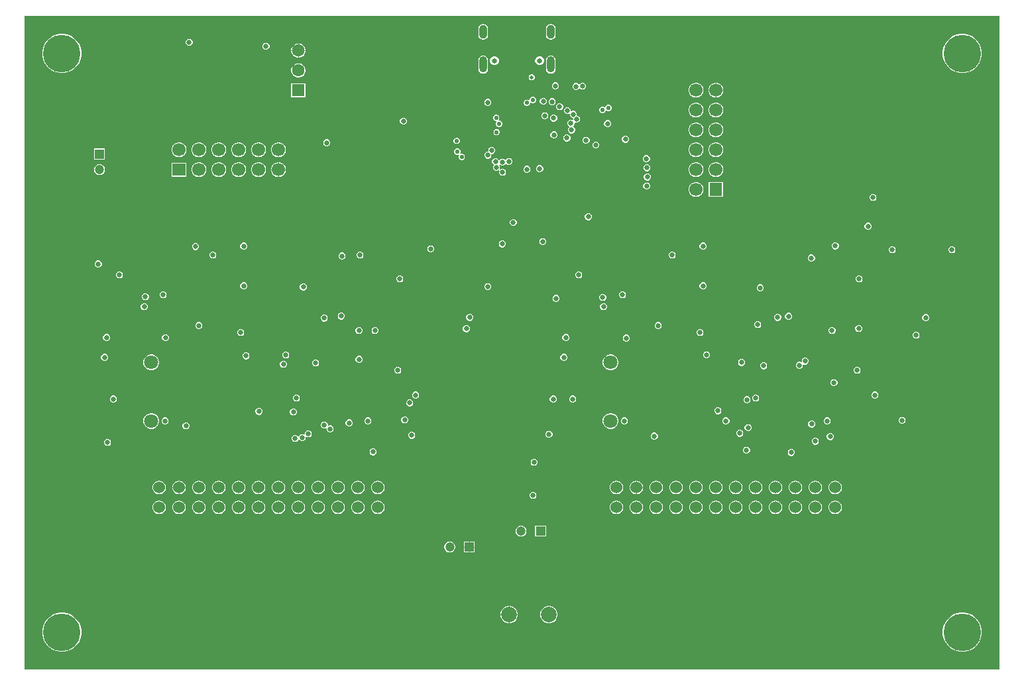
<source format=gbr>
%TF.GenerationSoftware,Altium Limited,Altium Designer,24.8.2 (39)*%
G04 Layer_Physical_Order=3*
G04 Layer_Color=16440176*
%FSLAX45Y45*%
%MOMM*%
%TF.SameCoordinates,55E81912-07CE-4C71-A4AC-877ABC84EAD1*%
%TF.FilePolarity,Positive*%
%TF.FileFunction,Copper,L3,Inr,Signal*%
%TF.Part,Single*%
G01*
G75*
%TA.AperFunction,ViaPad*%
%ADD68C,4.80000*%
%TA.AperFunction,ComponentPad*%
%ADD69C,1.20000*%
%ADD70R,1.20000X1.20000*%
%ADD71R,1.20000X1.20000*%
%ADD72C,1.80000*%
%TA.AperFunction,TestPad*%
%ADD73O,1.00000X2.10000*%
%ADD74C,0.65000*%
%ADD75O,1.00000X1.80000*%
%TA.AperFunction,ComponentPad*%
%ADD76R,1.60000X1.60000*%
%ADD77C,1.60000*%
%ADD78C,2.00000*%
%ADD79C,1.52400*%
%ADD80R,1.70000X1.60000*%
%ADD81C,1.70000*%
%ADD82R,1.60000X1.70000*%
%TA.AperFunction,ViaPad*%
%ADD83C,0.53340*%
%ADD84C,0.63500*%
%ADD85C,0.60960*%
%ADD86C,0.50800*%
%ADD87C,0.45720*%
G36*
X12479614Y20391D02*
X20391D01*
Y8379610D01*
X12479614D01*
Y20391D01*
D02*
G37*
%LPC*%
G36*
X6746000Y8277088D02*
X6722527Y8272419D01*
X6702627Y8259123D01*
X6689330Y8239223D01*
X6684661Y8215750D01*
Y8135750D01*
X6689330Y8112277D01*
X6702627Y8092377D01*
X6722527Y8079081D01*
X6746000Y8074412D01*
X6769473Y8079081D01*
X6789373Y8092377D01*
X6802669Y8112277D01*
X6807338Y8135750D01*
Y8215750D01*
X6802669Y8239223D01*
X6789373Y8259123D01*
X6769473Y8272419D01*
X6746000Y8277088D01*
D02*
G37*
G36*
X5882000D02*
X5858527Y8272419D01*
X5838627Y8259123D01*
X5825330Y8239223D01*
X5820661Y8215750D01*
Y8135750D01*
X5825330Y8112277D01*
X5838627Y8092377D01*
X5858527Y8079081D01*
X5882000Y8074412D01*
X5905473Y8079081D01*
X5925373Y8092377D01*
X5938669Y8112277D01*
X5943338Y8135750D01*
Y8215750D01*
X5938669Y8239223D01*
X5925373Y8259123D01*
X5905473Y8272419D01*
X5882000Y8277088D01*
D02*
G37*
G36*
X2134822Y8086090D02*
X2117138D01*
X2100801Y8079323D01*
X2088297Y8066819D01*
X2081530Y8050482D01*
Y8032798D01*
X2088297Y8016461D01*
X2100801Y8003957D01*
X2117138Y7997190D01*
X2134822D01*
X2151159Y8003957D01*
X2163663Y8016461D01*
X2170430Y8032798D01*
Y8050482D01*
X2163663Y8066819D01*
X2151159Y8079323D01*
X2134822Y8086090D01*
D02*
G37*
G36*
X3115262Y8035290D02*
X3097578D01*
X3081241Y8028523D01*
X3068737Y8016019D01*
X3061970Y7999682D01*
Y7981998D01*
X3068737Y7965661D01*
X3081241Y7953157D01*
X3097578Y7946390D01*
X3115262D01*
X3131599Y7953157D01*
X3144103Y7965661D01*
X3150870Y7981998D01*
Y7999682D01*
X3144103Y8016019D01*
X3131599Y8028523D01*
X3115262Y8035290D01*
D02*
G37*
G36*
X3531870Y8028160D02*
X3525080D01*
Y7943080D01*
X3610160D01*
Y7949870D01*
X3604016Y7972800D01*
X3592146Y7993360D01*
X3575360Y8010146D01*
X3554800Y8022016D01*
X3531870Y8028160D01*
D02*
G37*
G36*
X3514920D02*
X3508130D01*
X3485200Y8022016D01*
X3464641Y8010146D01*
X3447854Y7993360D01*
X3435984Y7972800D01*
X3429840Y7949870D01*
Y7943080D01*
X3514920D01*
Y8028160D01*
D02*
G37*
G36*
X3610160Y7932920D02*
X3525080D01*
Y7847840D01*
X3531870D01*
X3554800Y7853985D01*
X3575360Y7865854D01*
X3592146Y7882641D01*
X3604016Y7903200D01*
X3610160Y7926130D01*
Y7932920D01*
D02*
G37*
G36*
X3514920D02*
X3429840D01*
Y7926130D01*
X3435984Y7903200D01*
X3447854Y7882641D01*
X3464641Y7865854D01*
X3485200Y7853985D01*
X3508130Y7847840D01*
X3514920D01*
Y7932920D01*
D02*
G37*
G36*
X6614437Y7865250D02*
X6591562D01*
X6570429Y7856496D01*
X6554254Y7840321D01*
X6545500Y7819187D01*
Y7796313D01*
X6554254Y7775179D01*
X6570429Y7759004D01*
X6591562Y7750250D01*
X6614437D01*
X6635571Y7759004D01*
X6651746Y7775179D01*
X6660500Y7796313D01*
Y7819187D01*
X6651746Y7840321D01*
X6635571Y7856496D01*
X6614437Y7865250D01*
D02*
G37*
G36*
X6036437D02*
X6013563D01*
X5992429Y7856496D01*
X5976254Y7840321D01*
X5967500Y7819187D01*
Y7796313D01*
X5976254Y7775179D01*
X5992429Y7759004D01*
X6013563Y7750250D01*
X6036437D01*
X6057571Y7759004D01*
X6073746Y7775179D01*
X6082500Y7796313D01*
Y7819187D01*
X6073746Y7840321D01*
X6057571Y7856496D01*
X6036437Y7865250D01*
D02*
G37*
G36*
X12024638Y8150160D02*
X11975361D01*
X11927031Y8140546D01*
X11881505Y8121689D01*
X11840532Y8094312D01*
X11805688Y8059467D01*
X11778311Y8018495D01*
X11759453Y7972969D01*
X11749840Y7924638D01*
Y7875361D01*
X11759453Y7827031D01*
X11778311Y7781505D01*
X11805688Y7740532D01*
X11840532Y7705688D01*
X11881505Y7678311D01*
X11927031Y7659454D01*
X11975361Y7649840D01*
X12024638D01*
X12072969Y7659454D01*
X12118495Y7678311D01*
X12159467Y7705688D01*
X12194312Y7740532D01*
X12221689Y7781505D01*
X12240546Y7827031D01*
X12250160Y7875361D01*
Y7924638D01*
X12240546Y7972969D01*
X12221689Y8018495D01*
X12194312Y8059467D01*
X12159467Y8094312D01*
X12118495Y8121689D01*
X12072969Y8140546D01*
X12024638Y8150160D01*
D02*
G37*
G36*
X524639D02*
X475362D01*
X427031Y8140546D01*
X381505Y8121689D01*
X340532Y8094312D01*
X305688Y8059467D01*
X278311Y8018495D01*
X259454Y7972969D01*
X249840Y7924638D01*
Y7875361D01*
X259454Y7827031D01*
X278311Y7781505D01*
X305688Y7740532D01*
X340532Y7705688D01*
X381505Y7678311D01*
X427031Y7659454D01*
X475362Y7649840D01*
X524639D01*
X572969Y7659454D01*
X618495Y7678311D01*
X659468Y7705688D01*
X694312Y7740532D01*
X721689Y7781505D01*
X740546Y7827031D01*
X750160Y7875361D01*
Y7924638D01*
X740546Y7972969D01*
X721689Y8018495D01*
X694312Y8059467D01*
X659468Y8094312D01*
X618495Y8121689D01*
X572969Y8140546D01*
X524639Y8150160D01*
D02*
G37*
G36*
X6746000Y7874089D02*
X6722527Y7869420D01*
X6702627Y7856123D01*
X6689330Y7836223D01*
X6684661Y7812750D01*
Y7702750D01*
X6689330Y7679277D01*
X6702627Y7659377D01*
X6722527Y7646080D01*
X6746000Y7641411D01*
X6769473Y7646080D01*
X6789373Y7659377D01*
X6802669Y7679277D01*
X6807338Y7702750D01*
Y7812750D01*
X6802669Y7836223D01*
X6789373Y7856123D01*
X6769473Y7869420D01*
X6746000Y7874089D01*
D02*
G37*
G36*
X5882000D02*
X5858527Y7869420D01*
X5838627Y7856123D01*
X5825330Y7836223D01*
X5820661Y7812750D01*
Y7702750D01*
X5825330Y7679277D01*
X5838627Y7659377D01*
X5858527Y7646080D01*
X5882000Y7641411D01*
X5905473Y7646080D01*
X5925373Y7659377D01*
X5938669Y7679277D01*
X5943338Y7702750D01*
Y7812750D01*
X5938669Y7836223D01*
X5925373Y7856123D01*
X5905473Y7869420D01*
X5882000Y7874089D01*
D02*
G37*
G36*
X3531870Y7774160D02*
X3508130D01*
X3485200Y7768016D01*
X3464641Y7756146D01*
X3447854Y7739360D01*
X3435984Y7718800D01*
X3429840Y7695870D01*
Y7672130D01*
X3435984Y7649200D01*
X3447854Y7628641D01*
X3464641Y7611854D01*
X3485200Y7599985D01*
X3508130Y7593840D01*
X3531870D01*
X3554800Y7599985D01*
X3575360Y7611854D01*
X3592146Y7628641D01*
X3604016Y7649200D01*
X3610160Y7672130D01*
Y7695870D01*
X3604016Y7718800D01*
X3592146Y7739360D01*
X3575360Y7756146D01*
X3554800Y7768016D01*
X3531870Y7774160D01*
D02*
G37*
G36*
X6510357Y7634600D02*
X6494443D01*
X6479742Y7628510D01*
X6468490Y7617258D01*
X6462400Y7602557D01*
Y7586643D01*
X6468490Y7571942D01*
X6479742Y7560690D01*
X6494443Y7554600D01*
X6510357D01*
X6525058Y7560690D01*
X6536310Y7571942D01*
X6542400Y7586643D01*
Y7602557D01*
X6536310Y7617258D01*
X6525058Y7628510D01*
X6510357Y7634600D01*
D02*
G37*
G36*
X7158942Y7524750D02*
X7141258D01*
X7124921Y7517983D01*
X7113471Y7506533D01*
X7110684Y7505479D01*
X7101421Y7505481D01*
X7091459Y7515443D01*
X7075122Y7522210D01*
X7057438D01*
X7041101Y7515443D01*
X7028597Y7502939D01*
X7021830Y7486602D01*
Y7468918D01*
X7028597Y7452581D01*
X7041101Y7440077D01*
X7057438Y7433310D01*
X7075122D01*
X7091459Y7440077D01*
X7102909Y7451527D01*
X7105696Y7452581D01*
X7114959Y7452579D01*
X7124921Y7442617D01*
X7141258Y7435850D01*
X7158942D01*
X7175279Y7442617D01*
X7187783Y7455121D01*
X7194550Y7471458D01*
Y7489142D01*
X7187783Y7505479D01*
X7175279Y7517983D01*
X7158942Y7524750D01*
D02*
G37*
G36*
X6813062Y7529766D02*
X6795378D01*
X6779041Y7522999D01*
X6766537Y7510495D01*
X6759770Y7494158D01*
Y7476475D01*
X6766537Y7460137D01*
X6779041Y7447634D01*
X6795378Y7440866D01*
X6813062D01*
X6829399Y7447634D01*
X6841903Y7460137D01*
X6848670Y7476475D01*
Y7494158D01*
X6841903Y7510495D01*
X6829399Y7522999D01*
X6813062Y7529766D01*
D02*
G37*
G36*
X8866528Y7525160D02*
X8859080D01*
Y7435080D01*
X8949160D01*
Y7442528D01*
X8942675Y7466731D01*
X8930147Y7488430D01*
X8912430Y7506147D01*
X8890731Y7518675D01*
X8866528Y7525160D01*
D02*
G37*
G36*
X8848920D02*
X8841472D01*
X8817270Y7518675D01*
X8795570Y7506147D01*
X8777853Y7488430D01*
X8765325Y7466731D01*
X8758840Y7442528D01*
Y7435080D01*
X8848920D01*
Y7525160D01*
D02*
G37*
G36*
X3610160Y7520160D02*
X3429840D01*
Y7339840D01*
X3610160D01*
Y7520160D01*
D02*
G37*
G36*
X8949160Y7424920D02*
X8859080D01*
Y7334840D01*
X8866528D01*
X8890731Y7341325D01*
X8912430Y7353853D01*
X8930147Y7371570D01*
X8942675Y7393270D01*
X8949160Y7417472D01*
Y7424920D01*
D02*
G37*
G36*
X8848920D02*
X8758840D01*
Y7417472D01*
X8765325Y7393270D01*
X8777853Y7371570D01*
X8795570Y7353853D01*
X8817270Y7341325D01*
X8841472Y7334840D01*
X8848920D01*
Y7424920D01*
D02*
G37*
G36*
X8612528Y7525160D02*
X8587472D01*
X8563270Y7518675D01*
X8541570Y7506147D01*
X8523853Y7488430D01*
X8511325Y7466731D01*
X8504840Y7442528D01*
Y7417472D01*
X8511325Y7393270D01*
X8523853Y7371570D01*
X8541570Y7353853D01*
X8563270Y7341325D01*
X8587472Y7334840D01*
X8612528D01*
X8636731Y7341325D01*
X8658430Y7353853D01*
X8676147Y7371570D01*
X8688675Y7393270D01*
X8695160Y7417472D01*
Y7442528D01*
X8688675Y7466731D01*
X8676147Y7488430D01*
X8658430Y7506147D01*
X8636731Y7518675D01*
X8612528Y7525160D01*
D02*
G37*
G36*
X6525677Y7343713D02*
X6509668D01*
X6494878Y7337586D01*
X6483559Y7326267D01*
X6477433Y7311477D01*
Y7299684D01*
X6467273Y7295475D01*
X6461694Y7301054D01*
X6446904Y7307180D01*
X6430896D01*
X6416106Y7301054D01*
X6404786Y7289734D01*
X6398660Y7274944D01*
Y7258936D01*
X6404786Y7244146D01*
X6416106Y7232826D01*
X6430896Y7226700D01*
X6446904D01*
X6461694Y7232826D01*
X6473014Y7244146D01*
X6479140Y7258936D01*
Y7270729D01*
X6489300Y7274937D01*
X6494878Y7269359D01*
X6509668Y7263233D01*
X6525677D01*
X6540467Y7269359D01*
X6551786Y7280678D01*
X6557912Y7295468D01*
Y7311477D01*
X6551786Y7326267D01*
X6540467Y7337586D01*
X6525677Y7343713D01*
D02*
G37*
G36*
X6658122Y7332210D02*
X6640438D01*
X6624101Y7325443D01*
X6611597Y7312939D01*
X6604830Y7296602D01*
Y7278918D01*
X6611597Y7262581D01*
X6624101Y7250077D01*
X6640438Y7243310D01*
X6658122D01*
X6674459Y7250077D01*
X6686963Y7262581D01*
X6693730Y7278918D01*
Y7296602D01*
X6686963Y7312939D01*
X6674459Y7325443D01*
X6658122Y7332210D01*
D02*
G37*
G36*
X6772422Y7327130D02*
X6754738D01*
X6738401Y7320363D01*
X6725897Y7307859D01*
X6719130Y7291522D01*
Y7273838D01*
X6725897Y7257501D01*
X6738401Y7244997D01*
X6754738Y7238230D01*
X6772422D01*
X6788759Y7244997D01*
X6801263Y7257501D01*
X6808030Y7273838D01*
Y7291522D01*
X6801263Y7307859D01*
X6788759Y7320363D01*
X6772422Y7327130D01*
D02*
G37*
G36*
X5947362Y7317740D02*
X5929678D01*
X5913341Y7310973D01*
X5900837Y7298469D01*
X5894070Y7282132D01*
Y7264448D01*
X5900837Y7248111D01*
X5913341Y7235607D01*
X5929678Y7228840D01*
X5947362D01*
X5963699Y7235607D01*
X5976203Y7248111D01*
X5982970Y7264448D01*
Y7282132D01*
X5976203Y7298469D01*
X5963699Y7310973D01*
X5947362Y7317740D01*
D02*
G37*
G36*
X7490404Y7241640D02*
X7474396D01*
X7459606Y7235514D01*
X7448286Y7224194D01*
X7442720Y7210756D01*
X7437113Y7208264D01*
X7432000Y7207108D01*
X7428994Y7210114D01*
X7414204Y7216240D01*
X7398196D01*
X7383406Y7210114D01*
X7372086Y7198794D01*
X7365960Y7184004D01*
Y7167996D01*
X7372086Y7153206D01*
X7383406Y7141886D01*
X7398196Y7135760D01*
X7414204D01*
X7428994Y7141886D01*
X7440314Y7153206D01*
X7445880Y7166644D01*
X7451488Y7169137D01*
X7456600Y7170292D01*
X7459606Y7167286D01*
X7474396Y7161160D01*
X7490404D01*
X7505194Y7167286D01*
X7516514Y7178606D01*
X7522640Y7193396D01*
Y7209404D01*
X7516514Y7224194D01*
X7505194Y7235514D01*
X7490404Y7241640D01*
D02*
G37*
G36*
X6866402Y7263630D02*
X6848718D01*
X6832381Y7256863D01*
X6819877Y7244359D01*
X6813110Y7228022D01*
Y7210338D01*
X6819877Y7194001D01*
X6832381Y7181497D01*
X6848718Y7174730D01*
X6866402D01*
X6882739Y7181497D01*
X6895243Y7194001D01*
X6902010Y7210338D01*
Y7228022D01*
X6895243Y7244359D01*
X6882739Y7256863D01*
X6866402Y7263630D01*
D02*
G37*
G36*
X8866528Y7271160D02*
X8841472D01*
X8817270Y7264675D01*
X8795570Y7252147D01*
X8777853Y7234430D01*
X8765325Y7212731D01*
X8758840Y7188528D01*
Y7163472D01*
X8765325Y7139270D01*
X8777853Y7117570D01*
X8795570Y7099853D01*
X8817270Y7087325D01*
X8841472Y7080840D01*
X8866528D01*
X8890731Y7087325D01*
X8912430Y7099853D01*
X8930147Y7117570D01*
X8942675Y7139270D01*
X8949160Y7163472D01*
Y7188528D01*
X8942675Y7212731D01*
X8930147Y7234430D01*
X8912430Y7252147D01*
X8890731Y7264675D01*
X8866528Y7271160D01*
D02*
G37*
G36*
X8612528D02*
X8587472D01*
X8563270Y7264675D01*
X8541570Y7252147D01*
X8523853Y7234430D01*
X8511325Y7212731D01*
X8504840Y7188528D01*
Y7163472D01*
X8511325Y7139270D01*
X8523853Y7117570D01*
X8541570Y7099853D01*
X8563270Y7087325D01*
X8587472Y7080840D01*
X8612528D01*
X8636731Y7087325D01*
X8658430Y7099853D01*
X8676147Y7117570D01*
X8688675Y7139270D01*
X8695160Y7163472D01*
Y7188528D01*
X8688675Y7212731D01*
X8676147Y7234430D01*
X8658430Y7252147D01*
X8636731Y7264675D01*
X8612528Y7271160D01*
D02*
G37*
G36*
X6678442Y7146790D02*
X6660758D01*
X6644421Y7140023D01*
X6631917Y7127519D01*
X6625150Y7111182D01*
Y7093498D01*
X6631917Y7077161D01*
X6644421Y7064657D01*
X6660758Y7057890D01*
X6678442D01*
X6694779Y7064657D01*
X6707283Y7077161D01*
X6714050Y7093498D01*
Y7111182D01*
X6707283Y7127519D01*
X6694779Y7140023D01*
X6678442Y7146790D01*
D02*
G37*
G36*
X6964947Y7213345D02*
X6947263D01*
X6930926Y7206578D01*
X6918422Y7194074D01*
X6911655Y7177737D01*
Y7160053D01*
X6918422Y7143716D01*
X6930926Y7131212D01*
X6947263Y7124445D01*
X6964947D01*
X6977648Y7129706D01*
X6986686Y7124944D01*
X6987737Y7123725D01*
Y7111851D01*
X6994504Y7095514D01*
X7007008Y7083010D01*
X7023345Y7076243D01*
X7026467D01*
X7032111Y7067795D01*
X7031990Y7067502D01*
Y7054846D01*
X7022539Y7048106D01*
X7011182Y7052810D01*
X6993498D01*
X6977161Y7046043D01*
X6964657Y7033539D01*
X6957890Y7017202D01*
Y6999518D01*
X6964657Y6983181D01*
X6977161Y6970677D01*
X6983670Y6967981D01*
X6984525Y6962553D01*
X6984343Y6956705D01*
X6972792Y6945154D01*
X6966025Y6928817D01*
Y6911133D01*
X6972792Y6894796D01*
X6985296Y6882292D01*
X7001633Y6875525D01*
X7019317D01*
X7035654Y6882292D01*
X7048158Y6894796D01*
X7054925Y6911133D01*
Y6928817D01*
X7048158Y6945154D01*
X7035654Y6957658D01*
X7029145Y6960354D01*
X7028290Y6965782D01*
X7028472Y6971630D01*
X7040023Y6983181D01*
X7046790Y6999518D01*
Y7012174D01*
X7056241Y7018915D01*
X7067598Y7014210D01*
X7085282D01*
X7101619Y7020977D01*
X7114123Y7033481D01*
X7120890Y7049818D01*
Y7067502D01*
X7114123Y7083839D01*
X7101619Y7096343D01*
X7085282Y7103110D01*
X7082160D01*
X7076515Y7111558D01*
X7076637Y7111851D01*
Y7129535D01*
X7069870Y7145872D01*
X7057366Y7158376D01*
X7041029Y7165143D01*
X7023345D01*
X7010644Y7159882D01*
X7001606Y7164644D01*
X7000555Y7165863D01*
Y7177737D01*
X6993788Y7194074D01*
X6981284Y7206578D01*
X6964947Y7213345D01*
D02*
G37*
G36*
X6790202Y7116310D02*
X6772518D01*
X6756181Y7109543D01*
X6743677Y7097039D01*
X6736910Y7080702D01*
Y7063018D01*
X6743677Y7046681D01*
X6756181Y7034177D01*
X6772518Y7027410D01*
X6790202D01*
X6806539Y7034177D01*
X6819043Y7046681D01*
X6825810Y7063018D01*
Y7080702D01*
X6819043Y7097039D01*
X6806539Y7109543D01*
X6790202Y7116310D01*
D02*
G37*
G36*
X4870402Y7077710D02*
X4852718D01*
X4836381Y7070943D01*
X4823877Y7058439D01*
X4817110Y7042102D01*
Y7024418D01*
X4823877Y7008081D01*
X4836381Y6995577D01*
X4852718Y6988810D01*
X4870402D01*
X4886739Y6995577D01*
X4899243Y7008081D01*
X4906010Y7024418D01*
Y7042102D01*
X4899243Y7058439D01*
X4886739Y7070943D01*
X4870402Y7077710D01*
D02*
G37*
G36*
X7478542Y7047730D02*
X7460858D01*
X7444521Y7040963D01*
X7432017Y7028459D01*
X7425250Y7012122D01*
Y6994438D01*
X7432017Y6978101D01*
X7444521Y6965597D01*
X7460858Y6958830D01*
X7478542D01*
X7494879Y6965597D01*
X7507383Y6978101D01*
X7514150Y6994438D01*
Y7012122D01*
X7507383Y7028459D01*
X7494879Y7040963D01*
X7478542Y7047730D01*
D02*
G37*
G36*
X6055304Y7114640D02*
X6039296D01*
X6024506Y7108514D01*
X6013186Y7097194D01*
X6007060Y7082404D01*
Y7066396D01*
X6013186Y7051606D01*
X6024506Y7040286D01*
X6039296Y7034160D01*
X6049950D01*
X6054159Y7024000D01*
X6051286Y7021128D01*
X6045160Y7006338D01*
Y6990329D01*
X6051286Y6975539D01*
X6062606Y6964220D01*
X6077396Y6958094D01*
X6093404D01*
X6108194Y6964220D01*
X6119514Y6975539D01*
X6125640Y6990329D01*
Y7006338D01*
X6119514Y7021128D01*
X6108194Y7032447D01*
X6093404Y7038573D01*
X6082750D01*
X6078541Y7048733D01*
X6081414Y7051606D01*
X6087540Y7066396D01*
Y7082404D01*
X6081414Y7097194D01*
X6070094Y7108514D01*
X6055304Y7114640D01*
D02*
G37*
G36*
X6060824Y6933800D02*
X6044816D01*
X6030026Y6927674D01*
X6018706Y6916354D01*
X6012580Y6901564D01*
Y6885556D01*
X6018706Y6870766D01*
X6030026Y6859446D01*
X6044816Y6853320D01*
X6060824D01*
X6075614Y6859446D01*
X6086934Y6870766D01*
X6093060Y6885556D01*
Y6901564D01*
X6086934Y6916354D01*
X6075614Y6927674D01*
X6060824Y6933800D01*
D02*
G37*
G36*
X8866528Y7017160D02*
X8841472D01*
X8817270Y7010675D01*
X8795570Y6998147D01*
X8777853Y6980430D01*
X8765325Y6958731D01*
X8758840Y6934528D01*
Y6909472D01*
X8765325Y6885270D01*
X8777853Y6863570D01*
X8795570Y6845853D01*
X8817270Y6833325D01*
X8841472Y6826840D01*
X8866528D01*
X8890731Y6833325D01*
X8912430Y6845853D01*
X8930147Y6863570D01*
X8942675Y6885270D01*
X8949160Y6909472D01*
Y6934528D01*
X8942675Y6958731D01*
X8930147Y6980430D01*
X8912430Y6998147D01*
X8890731Y7010675D01*
X8866528Y7017160D01*
D02*
G37*
G36*
X8612528D02*
X8587472D01*
X8563270Y7010675D01*
X8541570Y6998147D01*
X8523853Y6980430D01*
X8511325Y6958731D01*
X8504840Y6934528D01*
Y6909472D01*
X8511325Y6885270D01*
X8523853Y6863570D01*
X8541570Y6845853D01*
X8563270Y6833325D01*
X8587472Y6826840D01*
X8612528D01*
X8636731Y6833325D01*
X8658430Y6845853D01*
X8676147Y6863570D01*
X8688675Y6885270D01*
X8695160Y6909472D01*
Y6934528D01*
X8688675Y6958731D01*
X8676147Y6980430D01*
X8658430Y6998147D01*
X8636731Y7010675D01*
X8612528Y7017160D01*
D02*
G37*
G36*
X6793384Y6902308D02*
X6775700D01*
X6759363Y6895541D01*
X6746859Y6883037D01*
X6740092Y6866700D01*
Y6849017D01*
X6746859Y6832680D01*
X6759363Y6820176D01*
X6775700Y6813408D01*
X6793384D01*
X6809721Y6820176D01*
X6822225Y6832680D01*
X6828992Y6849017D01*
Y6866700D01*
X6822225Y6883037D01*
X6809721Y6895541D01*
X6793384Y6902308D01*
D02*
G37*
G36*
X6960382Y6862310D02*
X6942698D01*
X6926361Y6855543D01*
X6913857Y6843039D01*
X6907090Y6826702D01*
Y6809018D01*
X6913857Y6792681D01*
X6926361Y6780177D01*
X6942698Y6773410D01*
X6960382D01*
X6976719Y6780177D01*
X6989223Y6792681D01*
X6995990Y6809018D01*
Y6826702D01*
X6989223Y6843039D01*
X6976719Y6855543D01*
X6960382Y6862310D01*
D02*
G37*
G36*
X7707142Y6847070D02*
X7689458D01*
X7673121Y6840303D01*
X7660617Y6827799D01*
X7653850Y6811462D01*
Y6793778D01*
X7660617Y6777441D01*
X7673121Y6764937D01*
X7689458Y6758170D01*
X7707142D01*
X7723479Y6764937D01*
X7735983Y6777441D01*
X7742750Y6793778D01*
Y6811462D01*
X7735983Y6827799D01*
X7723479Y6840303D01*
X7707142Y6847070D01*
D02*
G37*
G36*
X7204662Y6833870D02*
X7186978D01*
X7170641Y6827103D01*
X7158137Y6814599D01*
X7151370Y6798262D01*
Y6780578D01*
X7158137Y6764241D01*
X7170641Y6751737D01*
X7186978Y6744970D01*
X7204662D01*
X7220999Y6751737D01*
X7233503Y6764241D01*
X7240270Y6780578D01*
Y6798262D01*
X7233503Y6814599D01*
X7220999Y6827103D01*
X7204662Y6833870D01*
D02*
G37*
G36*
X5552384Y6822540D02*
X5536376D01*
X5521586Y6816414D01*
X5510266Y6805094D01*
X5504140Y6790304D01*
Y6774296D01*
X5510266Y6759506D01*
X5521586Y6748186D01*
X5536376Y6742060D01*
X5552384D01*
X5567174Y6748186D01*
X5578494Y6759506D01*
X5584620Y6774296D01*
Y6790304D01*
X5578494Y6805094D01*
X5567174Y6816414D01*
X5552384Y6822540D01*
D02*
G37*
G36*
X3890775Y6800733D02*
X3873091D01*
X3856754Y6793966D01*
X3844250Y6781462D01*
X3837483Y6765125D01*
Y6747442D01*
X3844250Y6731105D01*
X3856754Y6718601D01*
X3873091Y6711833D01*
X3890775D01*
X3907112Y6718601D01*
X3919615Y6731105D01*
X3926383Y6747442D01*
Y6765125D01*
X3919615Y6781462D01*
X3907112Y6793966D01*
X3890775Y6800733D01*
D02*
G37*
G36*
X7329122Y6772910D02*
X7311438D01*
X7295101Y6766143D01*
X7282597Y6753639D01*
X7275830Y6737302D01*
Y6719618D01*
X7282597Y6703281D01*
X7295101Y6690777D01*
X7311438Y6684010D01*
X7329122D01*
X7345459Y6690777D01*
X7357963Y6703281D01*
X7364730Y6719618D01*
Y6737302D01*
X7357963Y6753639D01*
X7345459Y6766143D01*
X7329122Y6772910D01*
D02*
G37*
G36*
X8866528Y6763160D02*
X8841472D01*
X8817270Y6756675D01*
X8795570Y6744147D01*
X8777853Y6726430D01*
X8765325Y6704731D01*
X8758840Y6680528D01*
Y6655472D01*
X8765325Y6631270D01*
X8777853Y6609570D01*
X8795570Y6591853D01*
X8817270Y6579325D01*
X8841472Y6572840D01*
X8866528D01*
X8890731Y6579325D01*
X8912430Y6591853D01*
X8930147Y6609570D01*
X8942675Y6631270D01*
X8949160Y6655472D01*
Y6680528D01*
X8942675Y6704731D01*
X8930147Y6726430D01*
X8912430Y6744147D01*
X8890731Y6756675D01*
X8866528Y6763160D01*
D02*
G37*
G36*
X8612528D02*
X8587472D01*
X8563270Y6756675D01*
X8541570Y6744147D01*
X8523853Y6726430D01*
X8511325Y6704731D01*
X8504840Y6680528D01*
Y6655472D01*
X8511325Y6631270D01*
X8523853Y6609570D01*
X8541570Y6591853D01*
X8563270Y6579325D01*
X8587472Y6572840D01*
X8612528D01*
X8636731Y6579325D01*
X8658430Y6591853D01*
X8676147Y6609570D01*
X8688675Y6631270D01*
X8695160Y6655472D01*
Y6680528D01*
X8688675Y6704731D01*
X8676147Y6726430D01*
X8658430Y6744147D01*
X8636731Y6756675D01*
X8612528Y6763160D01*
D02*
G37*
G36*
X3278528D02*
X3253472D01*
X3229270Y6756675D01*
X3207570Y6744147D01*
X3189853Y6726430D01*
X3177325Y6704731D01*
X3170840Y6680528D01*
Y6655472D01*
X3177325Y6631270D01*
X3189853Y6609570D01*
X3207570Y6591853D01*
X3229270Y6579325D01*
X3253472Y6572840D01*
X3278528D01*
X3302731Y6579325D01*
X3324430Y6591853D01*
X3342147Y6609570D01*
X3354675Y6631270D01*
X3361160Y6655472D01*
Y6680528D01*
X3354675Y6704731D01*
X3342147Y6726430D01*
X3324430Y6744147D01*
X3302731Y6756675D01*
X3278528Y6763160D01*
D02*
G37*
G36*
X3024528D02*
X2999472D01*
X2975270Y6756675D01*
X2953570Y6744147D01*
X2935853Y6726430D01*
X2923325Y6704731D01*
X2916840Y6680528D01*
Y6655472D01*
X2923325Y6631270D01*
X2935853Y6609570D01*
X2953570Y6591853D01*
X2975270Y6579325D01*
X2999472Y6572840D01*
X3024528D01*
X3048731Y6579325D01*
X3070430Y6591853D01*
X3088147Y6609570D01*
X3100675Y6631270D01*
X3107160Y6655472D01*
Y6680528D01*
X3100675Y6704731D01*
X3088147Y6726430D01*
X3070430Y6744147D01*
X3048731Y6756675D01*
X3024528Y6763160D01*
D02*
G37*
G36*
X2770528D02*
X2745472D01*
X2721270Y6756675D01*
X2699570Y6744147D01*
X2681853Y6726430D01*
X2669325Y6704731D01*
X2662840Y6680528D01*
Y6655472D01*
X2669325Y6631270D01*
X2681853Y6609570D01*
X2699570Y6591853D01*
X2721270Y6579325D01*
X2745472Y6572840D01*
X2770528D01*
X2794731Y6579325D01*
X2816430Y6591853D01*
X2834147Y6609570D01*
X2846675Y6631270D01*
X2853160Y6655472D01*
Y6680528D01*
X2846675Y6704731D01*
X2834147Y6726430D01*
X2816430Y6744147D01*
X2794731Y6756675D01*
X2770528Y6763160D01*
D02*
G37*
G36*
X2516528D02*
X2491472D01*
X2467270Y6756675D01*
X2445570Y6744147D01*
X2427853Y6726430D01*
X2415325Y6704731D01*
X2408840Y6680528D01*
Y6655472D01*
X2415325Y6631270D01*
X2427853Y6609570D01*
X2445570Y6591853D01*
X2467270Y6579325D01*
X2491472Y6572840D01*
X2516528D01*
X2540731Y6579325D01*
X2562430Y6591853D01*
X2580147Y6609570D01*
X2592675Y6631270D01*
X2599160Y6655472D01*
Y6680528D01*
X2592675Y6704731D01*
X2580147Y6726430D01*
X2562430Y6744147D01*
X2540731Y6756675D01*
X2516528Y6763160D01*
D02*
G37*
G36*
X2262528D02*
X2237472D01*
X2213270Y6756675D01*
X2191570Y6744147D01*
X2173853Y6726430D01*
X2161325Y6704731D01*
X2154840Y6680528D01*
Y6655472D01*
X2161325Y6631270D01*
X2173853Y6609570D01*
X2191570Y6591853D01*
X2213270Y6579325D01*
X2237472Y6572840D01*
X2262528D01*
X2286731Y6579325D01*
X2308430Y6591853D01*
X2326147Y6609570D01*
X2338675Y6631270D01*
X2345160Y6655472D01*
Y6680528D01*
X2338675Y6704731D01*
X2326147Y6726430D01*
X2308430Y6744147D01*
X2286731Y6756675D01*
X2262528Y6763160D01*
D02*
G37*
G36*
X2008528D02*
X1983472D01*
X1959270Y6756675D01*
X1937570Y6744147D01*
X1919853Y6726430D01*
X1907325Y6704731D01*
X1900840Y6680528D01*
Y6655472D01*
X1907325Y6631270D01*
X1919853Y6609570D01*
X1937570Y6591853D01*
X1959270Y6579325D01*
X1983472Y6572840D01*
X2008528D01*
X2032731Y6579325D01*
X2054430Y6591853D01*
X2072147Y6609570D01*
X2084675Y6631270D01*
X2091160Y6655472D01*
Y6680528D01*
X2084675Y6704731D01*
X2072147Y6726430D01*
X2054430Y6744147D01*
X2032731Y6756675D01*
X2008528Y6763160D01*
D02*
G37*
G36*
X5999112Y6702410D02*
X5981428D01*
X5965091Y6695643D01*
X5952587Y6683139D01*
X5945820Y6666802D01*
Y6649119D01*
X5941810Y6643117D01*
X5933565D01*
X5917228Y6636350D01*
X5904725Y6623846D01*
X5897957Y6607509D01*
Y6589826D01*
X5904725Y6573489D01*
X5917228Y6560985D01*
X5933565Y6554217D01*
X5951249D01*
X5967586Y6560985D01*
X5980090Y6573489D01*
X5986857Y6589826D01*
Y6607509D01*
X5990867Y6613510D01*
X5999112D01*
X6015449Y6620277D01*
X6027953Y6632781D01*
X6034720Y6649118D01*
Y6666802D01*
X6027953Y6683139D01*
X6015449Y6695643D01*
X5999112Y6702410D01*
D02*
G37*
G36*
X1050160Y6684160D02*
X909840D01*
Y6543840D01*
X1050160D01*
Y6684160D01*
D02*
G37*
G36*
X6216162Y6562590D02*
X6198478D01*
X6182141Y6555823D01*
X6169638Y6543319D01*
X6157897Y6541525D01*
X6151219Y6548203D01*
X6134882Y6554970D01*
X6117198D01*
X6100861Y6548203D01*
X6090219Y6537561D01*
X6081998Y6537787D01*
X6078677Y6538877D01*
X6077363Y6542049D01*
X6064859Y6554553D01*
X6048522Y6561320D01*
X6030838D01*
X6014501Y6554553D01*
X6001997Y6542049D01*
X5995230Y6525712D01*
Y6508028D01*
X6001997Y6491691D01*
X6014501Y6479187D01*
X6014870Y6479035D01*
X6016852Y6469070D01*
X6014697Y6466915D01*
X6007930Y6450578D01*
Y6432894D01*
X6014697Y6416557D01*
X6027201Y6404053D01*
X6043538Y6397286D01*
X6061222D01*
X6077559Y6404053D01*
X6080067Y6406561D01*
X6088680Y6400806D01*
X6084130Y6389822D01*
Y6372138D01*
X6090897Y6355801D01*
X6103401Y6343297D01*
X6119738Y6336530D01*
X6137422D01*
X6153759Y6343297D01*
X6166263Y6355801D01*
X6173030Y6372138D01*
Y6389822D01*
X6166263Y6406159D01*
X6153759Y6418663D01*
X6137422Y6425430D01*
X6119738D01*
X6103401Y6418663D01*
X6100893Y6416155D01*
X6092280Y6421910D01*
X6096830Y6432894D01*
Y6450578D01*
X6090063Y6466915D01*
X6080015Y6476962D01*
X6081669Y6482837D01*
X6090672Y6483026D01*
X6100861Y6472837D01*
X6117198Y6466070D01*
X6134882D01*
X6151219Y6472837D01*
X6163722Y6485341D01*
X6175463Y6487136D01*
X6182141Y6480457D01*
X6198478Y6473690D01*
X6216162D01*
X6232499Y6480457D01*
X6245003Y6492961D01*
X6251770Y6509298D01*
Y6526982D01*
X6245003Y6543319D01*
X6232499Y6555823D01*
X6216162Y6562590D01*
D02*
G37*
G36*
X5557464Y6685380D02*
X5541456D01*
X5526666Y6679254D01*
X5515346Y6667934D01*
X5509220Y6653144D01*
Y6637136D01*
X5515346Y6622346D01*
X5526666Y6611026D01*
X5541456Y6604900D01*
X5557464D01*
X5570232Y6610189D01*
X5575988Y6601576D01*
X5573766Y6599354D01*
X5567640Y6584564D01*
Y6568556D01*
X5573766Y6553766D01*
X5585086Y6542446D01*
X5599876Y6536320D01*
X5615884D01*
X5630674Y6542446D01*
X5641994Y6553766D01*
X5648120Y6568556D01*
Y6584564D01*
X5641994Y6599354D01*
X5630674Y6610674D01*
X5615884Y6616800D01*
X5599876D01*
X5587108Y6611511D01*
X5581353Y6620125D01*
X5583574Y6622346D01*
X5589700Y6637136D01*
Y6653144D01*
X5583574Y6667934D01*
X5572254Y6679254D01*
X5557464Y6685380D01*
D02*
G37*
G36*
X7976382Y6598150D02*
X7958698D01*
X7942361Y6591383D01*
X7929857Y6578879D01*
X7923090Y6562542D01*
Y6544858D01*
X7929857Y6528521D01*
X7942361Y6516017D01*
X7958698Y6509250D01*
X7976382D01*
X7992719Y6516017D01*
X8005223Y6528521D01*
X8011990Y6544858D01*
Y6562542D01*
X8005223Y6578879D01*
X7992719Y6591383D01*
X7976382Y6598150D01*
D02*
G37*
G36*
X3278528Y6509160D02*
X3271080D01*
Y6419080D01*
X3361160D01*
Y6426528D01*
X3354675Y6450731D01*
X3342147Y6472430D01*
X3324430Y6490147D01*
X3302731Y6502675D01*
X3278528Y6509160D01*
D02*
G37*
G36*
X3260920D02*
X3253472D01*
X3229270Y6502675D01*
X3207570Y6490147D01*
X3189853Y6472430D01*
X3177325Y6450731D01*
X3170840Y6426528D01*
Y6419080D01*
X3260920D01*
Y6509160D01*
D02*
G37*
G36*
X7981462Y6481310D02*
X7963778D01*
X7947441Y6474543D01*
X7934937Y6462039D01*
X7928170Y6445702D01*
Y6428018D01*
X7934937Y6411681D01*
X7947441Y6399177D01*
X7963778Y6392410D01*
X7981462D01*
X7997799Y6399177D01*
X8010303Y6411681D01*
X8017070Y6428018D01*
Y6445702D01*
X8010303Y6462039D01*
X7997799Y6474543D01*
X7981462Y6481310D01*
D02*
G37*
G36*
X6612200Y6471292D02*
X6594516D01*
X6578179Y6464525D01*
X6565675Y6452021D01*
X6558908Y6435684D01*
Y6418000D01*
X6565675Y6401663D01*
X6578179Y6389159D01*
X6594516Y6382392D01*
X6612200D01*
X6628537Y6389159D01*
X6641041Y6401663D01*
X6647808Y6418000D01*
Y6435684D01*
X6641041Y6452021D01*
X6628537Y6464525D01*
X6612200Y6471292D01*
D02*
G37*
G36*
X6450282Y6463030D02*
X6432598D01*
X6416261Y6456263D01*
X6403757Y6443759D01*
X6396990Y6427422D01*
Y6409738D01*
X6403757Y6393401D01*
X6416261Y6380897D01*
X6432598Y6374130D01*
X6450282D01*
X6466619Y6380897D01*
X6479123Y6393401D01*
X6485890Y6409738D01*
Y6427422D01*
X6479123Y6443759D01*
X6466619Y6456263D01*
X6450282Y6463030D01*
D02*
G37*
G36*
X989237Y6484160D02*
X970763D01*
X952919Y6479379D01*
X936921Y6470142D01*
X923858Y6457079D01*
X914621Y6441081D01*
X909840Y6423237D01*
Y6404763D01*
X914621Y6386919D01*
X923858Y6370921D01*
X936921Y6357858D01*
X952919Y6348622D01*
X970763Y6343840D01*
X989237D01*
X1007081Y6348622D01*
X1023079Y6357858D01*
X1036142Y6370921D01*
X1045379Y6386919D01*
X1050160Y6404763D01*
Y6423237D01*
X1045379Y6441081D01*
X1036142Y6457079D01*
X1023079Y6470142D01*
X1007081Y6479379D01*
X989237Y6484160D01*
D02*
G37*
G36*
X2091160Y6504160D02*
X1900840D01*
Y6323840D01*
X2091160D01*
Y6504160D01*
D02*
G37*
G36*
X8866528Y6509160D02*
X8841472D01*
X8817270Y6502675D01*
X8795570Y6490147D01*
X8777853Y6472430D01*
X8765325Y6450731D01*
X8758840Y6426528D01*
Y6401472D01*
X8765325Y6377270D01*
X8777853Y6355570D01*
X8795570Y6337853D01*
X8817270Y6325325D01*
X8841472Y6318840D01*
X8866528D01*
X8890731Y6325325D01*
X8912430Y6337853D01*
X8930147Y6355570D01*
X8942675Y6377270D01*
X8949160Y6401472D01*
Y6426528D01*
X8942675Y6450731D01*
X8930147Y6472430D01*
X8912430Y6490147D01*
X8890731Y6502675D01*
X8866528Y6509160D01*
D02*
G37*
G36*
X8612528D02*
X8587472D01*
X8563270Y6502675D01*
X8541570Y6490147D01*
X8523853Y6472430D01*
X8511325Y6450731D01*
X8504840Y6426528D01*
Y6401472D01*
X8511325Y6377270D01*
X8523853Y6355570D01*
X8541570Y6337853D01*
X8563270Y6325325D01*
X8587472Y6318840D01*
X8612528D01*
X8636731Y6325325D01*
X8658430Y6337853D01*
X8676147Y6355570D01*
X8688675Y6377270D01*
X8695160Y6401472D01*
Y6426528D01*
X8688675Y6450731D01*
X8676147Y6472430D01*
X8658430Y6490147D01*
X8636731Y6502675D01*
X8612528Y6509160D01*
D02*
G37*
G36*
X3361160Y6408920D02*
X3271080D01*
Y6318840D01*
X3278528D01*
X3302731Y6325325D01*
X3324430Y6337853D01*
X3342147Y6355570D01*
X3354675Y6377270D01*
X3361160Y6401472D01*
Y6408920D01*
D02*
G37*
G36*
X3260920D02*
X3170840D01*
Y6401472D01*
X3177325Y6377270D01*
X3189853Y6355570D01*
X3207570Y6337853D01*
X3229270Y6325325D01*
X3253472Y6318840D01*
X3260920D01*
Y6408920D01*
D02*
G37*
G36*
X3024528Y6509160D02*
X2999472D01*
X2975270Y6502675D01*
X2953570Y6490147D01*
X2935853Y6472430D01*
X2923325Y6450731D01*
X2916840Y6426528D01*
Y6401472D01*
X2923325Y6377270D01*
X2935853Y6355570D01*
X2953570Y6337853D01*
X2975270Y6325325D01*
X2999472Y6318840D01*
X3024528D01*
X3048731Y6325325D01*
X3070430Y6337853D01*
X3088147Y6355570D01*
X3100675Y6377270D01*
X3107160Y6401472D01*
Y6426528D01*
X3100675Y6450731D01*
X3088147Y6472430D01*
X3070430Y6490147D01*
X3048731Y6502675D01*
X3024528Y6509160D01*
D02*
G37*
G36*
X2770528D02*
X2745472D01*
X2721270Y6502675D01*
X2699570Y6490147D01*
X2681853Y6472430D01*
X2669325Y6450731D01*
X2662840Y6426528D01*
Y6401472D01*
X2669325Y6377270D01*
X2681853Y6355570D01*
X2699570Y6337853D01*
X2721270Y6325325D01*
X2745472Y6318840D01*
X2770528D01*
X2794731Y6325325D01*
X2816430Y6337853D01*
X2834147Y6355570D01*
X2846675Y6377270D01*
X2853160Y6401472D01*
Y6426528D01*
X2846675Y6450731D01*
X2834147Y6472430D01*
X2816430Y6490147D01*
X2794731Y6502675D01*
X2770528Y6509160D01*
D02*
G37*
G36*
X2516528D02*
X2491472D01*
X2467270Y6502675D01*
X2445570Y6490147D01*
X2427853Y6472430D01*
X2415325Y6450731D01*
X2408840Y6426528D01*
Y6401472D01*
X2415325Y6377270D01*
X2427853Y6355570D01*
X2445570Y6337853D01*
X2467270Y6325325D01*
X2491472Y6318840D01*
X2516528D01*
X2540731Y6325325D01*
X2562430Y6337853D01*
X2580147Y6355570D01*
X2592675Y6377270D01*
X2599160Y6401472D01*
Y6426528D01*
X2592675Y6450731D01*
X2580147Y6472430D01*
X2562430Y6490147D01*
X2540731Y6502675D01*
X2516528Y6509160D01*
D02*
G37*
G36*
X2262528D02*
X2237472D01*
X2213270Y6502675D01*
X2191570Y6490147D01*
X2173853Y6472430D01*
X2161325Y6450731D01*
X2154840Y6426528D01*
Y6401472D01*
X2161325Y6377270D01*
X2173853Y6355570D01*
X2191570Y6337853D01*
X2213270Y6325325D01*
X2237472Y6318840D01*
X2262528D01*
X2286731Y6325325D01*
X2308430Y6337853D01*
X2326147Y6355570D01*
X2338675Y6377270D01*
X2345160Y6401472D01*
Y6426528D01*
X2338675Y6450731D01*
X2326147Y6472430D01*
X2308430Y6490147D01*
X2286731Y6502675D01*
X2262528Y6509160D01*
D02*
G37*
G36*
X7986542Y6364470D02*
X7968858D01*
X7952521Y6357703D01*
X7940017Y6345199D01*
X7933250Y6328862D01*
Y6311178D01*
X7940017Y6294841D01*
X7952521Y6282337D01*
X7968858Y6275570D01*
X7986542D01*
X8002879Y6282337D01*
X8015383Y6294841D01*
X8022150Y6311178D01*
Y6328862D01*
X8015383Y6345199D01*
X8002879Y6357703D01*
X7986542Y6364470D01*
D02*
G37*
G36*
X7978922Y6250170D02*
X7961238D01*
X7944901Y6243403D01*
X7932397Y6230899D01*
X7925630Y6214562D01*
Y6196878D01*
X7932397Y6180541D01*
X7944901Y6168037D01*
X7961238Y6161270D01*
X7978922D01*
X7995259Y6168037D01*
X8007763Y6180541D01*
X8014530Y6196878D01*
Y6214562D01*
X8007763Y6230899D01*
X7995259Y6243403D01*
X7978922Y6250170D01*
D02*
G37*
G36*
X8944160Y6255160D02*
X8763840D01*
Y6064840D01*
X8944160D01*
Y6255160D01*
D02*
G37*
G36*
X8612528D02*
X8587472D01*
X8563270Y6248675D01*
X8541570Y6236147D01*
X8523853Y6218430D01*
X8511325Y6196731D01*
X8504840Y6172528D01*
Y6147472D01*
X8511325Y6123270D01*
X8523853Y6101570D01*
X8541570Y6083853D01*
X8563270Y6071325D01*
X8587472Y6064840D01*
X8612528D01*
X8636731Y6071325D01*
X8658430Y6083853D01*
X8676147Y6101570D01*
X8688675Y6123270D01*
X8695160Y6147472D01*
Y6172528D01*
X8688675Y6196731D01*
X8676147Y6218430D01*
X8658430Y6236147D01*
X8636731Y6248675D01*
X8612528Y6255160D01*
D02*
G37*
G36*
X10869442Y6102850D02*
X10851758D01*
X10835421Y6096083D01*
X10822917Y6083579D01*
X10816150Y6067242D01*
Y6049558D01*
X10822917Y6033221D01*
X10835421Y6020717D01*
X10851758Y6013950D01*
X10869442D01*
X10885779Y6020717D01*
X10898283Y6033221D01*
X10905050Y6049558D01*
Y6067242D01*
X10898283Y6083579D01*
X10885779Y6096083D01*
X10869442Y6102850D01*
D02*
G37*
G36*
X7232602Y5855970D02*
X7214918D01*
X7198581Y5849203D01*
X7186077Y5836699D01*
X7179310Y5820362D01*
Y5802678D01*
X7186077Y5786341D01*
X7198581Y5773837D01*
X7214918Y5767070D01*
X7232602D01*
X7248939Y5773837D01*
X7261443Y5786341D01*
X7268210Y5802678D01*
Y5820362D01*
X7261443Y5836699D01*
X7248939Y5849203D01*
X7232602Y5855970D01*
D02*
G37*
G36*
X6275022Y5782310D02*
X6257338D01*
X6241001Y5775543D01*
X6228497Y5763039D01*
X6221730Y5746702D01*
Y5729018D01*
X6228497Y5712681D01*
X6241001Y5700177D01*
X6257338Y5693410D01*
X6275022D01*
X6291359Y5700177D01*
X6303863Y5712681D01*
X6310630Y5729018D01*
Y5746702D01*
X6303863Y5763039D01*
X6291359Y5775543D01*
X6275022Y5782310D01*
D02*
G37*
G36*
X10805942Y5734550D02*
X10788258D01*
X10771921Y5727783D01*
X10759417Y5715279D01*
X10752650Y5698942D01*
Y5681258D01*
X10759417Y5664921D01*
X10771921Y5652417D01*
X10788258Y5645650D01*
X10805942D01*
X10822279Y5652417D01*
X10834783Y5664921D01*
X10841550Y5681258D01*
Y5698942D01*
X10834783Y5715279D01*
X10822279Y5727783D01*
X10805942Y5734550D01*
D02*
G37*
G36*
X6650502Y5538970D02*
X6632818D01*
X6616481Y5532203D01*
X6603977Y5519699D01*
X6597210Y5503362D01*
Y5485678D01*
X6603977Y5469341D01*
X6616481Y5456837D01*
X6632818Y5450070D01*
X6650502D01*
X6666839Y5456837D01*
X6679343Y5469341D01*
X6686110Y5485678D01*
Y5503362D01*
X6679343Y5519699D01*
X6666839Y5532203D01*
X6650502Y5538970D01*
D02*
G37*
G36*
X6134882Y5508490D02*
X6117198D01*
X6100861Y5501723D01*
X6088357Y5489219D01*
X6081590Y5472882D01*
Y5455198D01*
X6088357Y5438861D01*
X6100861Y5426357D01*
X6117198Y5419590D01*
X6134882D01*
X6151219Y5426357D01*
X6163723Y5438861D01*
X6170490Y5455198D01*
Y5472882D01*
X6163723Y5489219D01*
X6151219Y5501723D01*
X6134882Y5508490D01*
D02*
G37*
G36*
X10389382Y5483090D02*
X10371698D01*
X10355361Y5476323D01*
X10342857Y5463819D01*
X10336090Y5447482D01*
Y5429798D01*
X10342857Y5413461D01*
X10355361Y5400957D01*
X10371698Y5394190D01*
X10389382D01*
X10405719Y5400957D01*
X10418223Y5413461D01*
X10424990Y5429798D01*
Y5447482D01*
X10418223Y5463819D01*
X10405719Y5476323D01*
X10389382Y5483090D01*
D02*
G37*
G36*
X8697742Y5480550D02*
X8680058D01*
X8663721Y5473783D01*
X8651217Y5461279D01*
X8644450Y5444942D01*
Y5427258D01*
X8651217Y5410921D01*
X8663721Y5398417D01*
X8680058Y5391650D01*
X8697742D01*
X8714079Y5398417D01*
X8726583Y5410921D01*
X8733350Y5427258D01*
Y5444942D01*
X8726583Y5461279D01*
X8714079Y5473783D01*
X8697742Y5480550D01*
D02*
G37*
G36*
X2830342D02*
X2812658D01*
X2796321Y5473783D01*
X2783817Y5461279D01*
X2777050Y5444942D01*
Y5427258D01*
X2783817Y5410921D01*
X2796321Y5398417D01*
X2812658Y5391650D01*
X2830342D01*
X2846679Y5398417D01*
X2859183Y5410921D01*
X2865950Y5427258D01*
Y5444942D01*
X2859183Y5461279D01*
X2846679Y5473783D01*
X2830342Y5480550D01*
D02*
G37*
G36*
X2215662Y5475470D02*
X2197978D01*
X2181641Y5468703D01*
X2169137Y5456199D01*
X2162370Y5439862D01*
Y5422178D01*
X2169137Y5405841D01*
X2181641Y5393337D01*
X2197978Y5386570D01*
X2215662D01*
X2231999Y5393337D01*
X2244503Y5405841D01*
X2251270Y5422178D01*
Y5439862D01*
X2244503Y5456199D01*
X2231999Y5468703D01*
X2215662Y5475470D01*
D02*
G37*
G36*
X5220482Y5444990D02*
X5202798D01*
X5186461Y5438223D01*
X5173957Y5425719D01*
X5167190Y5409382D01*
Y5391698D01*
X5173957Y5375361D01*
X5186461Y5362857D01*
X5202798Y5356090D01*
X5220482D01*
X5236819Y5362857D01*
X5249323Y5375361D01*
X5256090Y5391698D01*
Y5409382D01*
X5249323Y5425719D01*
X5236819Y5438223D01*
X5220482Y5444990D01*
D02*
G37*
G36*
X11877822Y5434830D02*
X11860138D01*
X11843801Y5428063D01*
X11831297Y5415559D01*
X11824530Y5399222D01*
Y5381538D01*
X11831297Y5365201D01*
X11843801Y5352697D01*
X11860138Y5345930D01*
X11877822D01*
X11894159Y5352697D01*
X11906663Y5365201D01*
X11913430Y5381538D01*
Y5399222D01*
X11906663Y5415559D01*
X11894159Y5428063D01*
X11877822Y5434830D01*
D02*
G37*
G36*
X11115822D02*
X11098138D01*
X11081801Y5428063D01*
X11069297Y5415559D01*
X11062530Y5399222D01*
Y5381538D01*
X11069297Y5365201D01*
X11081801Y5352697D01*
X11098138Y5345930D01*
X11115822D01*
X11132159Y5352697D01*
X11144663Y5365201D01*
X11151430Y5381538D01*
Y5399222D01*
X11144663Y5415559D01*
X11132159Y5428063D01*
X11115822Y5434830D01*
D02*
G37*
G36*
X8304042Y5366250D02*
X8286358D01*
X8270021Y5359483D01*
X8257517Y5346979D01*
X8250750Y5330642D01*
Y5312958D01*
X8257517Y5296621D01*
X8270021Y5284117D01*
X8286358Y5277350D01*
X8304042D01*
X8320379Y5284117D01*
X8332883Y5296621D01*
X8339650Y5312958D01*
Y5330642D01*
X8332883Y5346979D01*
X8320379Y5359483D01*
X8304042Y5366250D01*
D02*
G37*
G36*
X4316242D02*
X4298558D01*
X4282221Y5359483D01*
X4269717Y5346979D01*
X4262950Y5330642D01*
Y5312958D01*
X4269717Y5296621D01*
X4282221Y5284117D01*
X4298558Y5277350D01*
X4316242D01*
X4332579Y5284117D01*
X4345083Y5296621D01*
X4351850Y5312958D01*
Y5330642D01*
X4345083Y5346979D01*
X4332579Y5359483D01*
X4316242Y5366250D01*
D02*
G37*
G36*
X2436642D02*
X2418958D01*
X2402621Y5359483D01*
X2390117Y5346979D01*
X2383350Y5330642D01*
Y5312958D01*
X2390117Y5296621D01*
X2402621Y5284117D01*
X2418958Y5277350D01*
X2436642D01*
X2452979Y5284117D01*
X2465483Y5296621D01*
X2472250Y5312958D01*
Y5330642D01*
X2465483Y5346979D01*
X2452979Y5359483D01*
X2436642Y5366250D01*
D02*
G37*
G36*
X4087642Y5353550D02*
X4069958D01*
X4053621Y5346783D01*
X4041117Y5334279D01*
X4034350Y5317942D01*
Y5300258D01*
X4041117Y5283921D01*
X4053621Y5271417D01*
X4069958Y5264650D01*
X4087642D01*
X4103979Y5271417D01*
X4116483Y5283921D01*
X4123250Y5300258D01*
Y5317942D01*
X4116483Y5334279D01*
X4103979Y5346783D01*
X4087642Y5353550D01*
D02*
G37*
G36*
X10084582Y5328150D02*
X10066898D01*
X10050561Y5321383D01*
X10038057Y5308879D01*
X10031290Y5292542D01*
Y5274858D01*
X10038057Y5258521D01*
X10050561Y5246017D01*
X10066898Y5239250D01*
X10084582D01*
X10100919Y5246017D01*
X10113423Y5258521D01*
X10120190Y5274858D01*
Y5292542D01*
X10113423Y5308879D01*
X10100919Y5321383D01*
X10084582Y5328150D01*
D02*
G37*
G36*
X974042Y5251450D02*
X956358D01*
X940021Y5244683D01*
X927517Y5232179D01*
X920750Y5215842D01*
Y5198158D01*
X927517Y5181821D01*
X940021Y5169317D01*
X956358Y5162550D01*
X974042D01*
X990379Y5169317D01*
X1002883Y5181821D01*
X1009650Y5198158D01*
Y5215842D01*
X1002883Y5232179D01*
X990379Y5244683D01*
X974042Y5251450D01*
D02*
G37*
G36*
X7110242Y5112250D02*
X7092558D01*
X7076221Y5105483D01*
X7063717Y5092979D01*
X7056950Y5076642D01*
Y5058958D01*
X7063717Y5042621D01*
X7076221Y5030117D01*
X7092558Y5023350D01*
X7110242D01*
X7126579Y5030117D01*
X7139083Y5042621D01*
X7145850Y5058958D01*
Y5076642D01*
X7139083Y5092979D01*
X7126579Y5105483D01*
X7110242Y5112250D01*
D02*
G37*
G36*
X1242842D02*
X1225158D01*
X1208821Y5105483D01*
X1196317Y5092979D01*
X1189550Y5076642D01*
Y5058958D01*
X1196317Y5042621D01*
X1208821Y5030117D01*
X1225158Y5023350D01*
X1242842D01*
X1259179Y5030117D01*
X1271683Y5042621D01*
X1278450Y5058958D01*
Y5076642D01*
X1271683Y5092979D01*
X1259179Y5105483D01*
X1242842Y5112250D01*
D02*
G37*
G36*
X10691642Y5061450D02*
X10673958D01*
X10657621Y5054683D01*
X10645117Y5042179D01*
X10638350Y5025842D01*
Y5008158D01*
X10645117Y4991821D01*
X10657621Y4979317D01*
X10673958Y4972550D01*
X10691642D01*
X10707979Y4979317D01*
X10720483Y4991821D01*
X10727250Y5008158D01*
Y5025842D01*
X10720483Y5042179D01*
X10707979Y5054683D01*
X10691642Y5061450D01*
D02*
G37*
G36*
X4824242D02*
X4806558D01*
X4790221Y5054683D01*
X4777717Y5042179D01*
X4770950Y5025842D01*
Y5008158D01*
X4777717Y4991821D01*
X4790221Y4979317D01*
X4806558Y4972550D01*
X4824242D01*
X4840579Y4979317D01*
X4853083Y4991821D01*
X4859850Y5008158D01*
Y5025842D01*
X4853083Y5042179D01*
X4840579Y5054683D01*
X4824242Y5061450D01*
D02*
G37*
G36*
X8697742Y4972550D02*
X8680058D01*
X8663721Y4965783D01*
X8651217Y4953279D01*
X8644450Y4936942D01*
Y4919258D01*
X8651217Y4902921D01*
X8663721Y4890417D01*
X8680058Y4883650D01*
X8697742D01*
X8714079Y4890417D01*
X8726583Y4902921D01*
X8733350Y4919258D01*
Y4936942D01*
X8726583Y4953279D01*
X8714079Y4965783D01*
X8697742Y4972550D01*
D02*
G37*
G36*
X2830342D02*
X2812658D01*
X2796321Y4965783D01*
X2783817Y4953279D01*
X2777050Y4936942D01*
Y4919258D01*
X2783817Y4902921D01*
X2796321Y4890417D01*
X2812658Y4883650D01*
X2830342D01*
X2846679Y4890417D01*
X2859183Y4902921D01*
X2865950Y4919258D01*
Y4936942D01*
X2859183Y4953279D01*
X2846679Y4965783D01*
X2830342Y4972550D01*
D02*
G37*
G36*
X5949462Y4962390D02*
X5931778D01*
X5915441Y4955623D01*
X5902937Y4943119D01*
X5896170Y4926782D01*
Y4909098D01*
X5902937Y4892761D01*
X5915441Y4880257D01*
X5931778Y4873490D01*
X5949462D01*
X5965799Y4880257D01*
X5978303Y4892761D01*
X5985070Y4909098D01*
Y4926782D01*
X5978303Y4943119D01*
X5965799Y4955623D01*
X5949462Y4962390D01*
D02*
G37*
G36*
X3592342Y4957310D02*
X3574658D01*
X3558321Y4950543D01*
X3545817Y4938039D01*
X3539050Y4921702D01*
Y4904018D01*
X3545817Y4887681D01*
X3558321Y4875177D01*
X3574658Y4868410D01*
X3592342D01*
X3608679Y4875177D01*
X3621183Y4887681D01*
X3627950Y4904018D01*
Y4921702D01*
X3621183Y4938039D01*
X3608679Y4950543D01*
X3592342Y4957310D01*
D02*
G37*
G36*
X9429262Y4947150D02*
X9411578D01*
X9395241Y4940383D01*
X9382737Y4927879D01*
X9375970Y4911542D01*
Y4893858D01*
X9382737Y4877521D01*
X9395241Y4865017D01*
X9411578Y4858250D01*
X9429262D01*
X9445599Y4865017D01*
X9458103Y4877521D01*
X9464870Y4893858D01*
Y4911542D01*
X9458103Y4927879D01*
X9445599Y4940383D01*
X9429262Y4947150D01*
D02*
G37*
G36*
X7669042Y4858250D02*
X7651358D01*
X7635021Y4851483D01*
X7622517Y4838979D01*
X7615750Y4822642D01*
Y4804958D01*
X7622517Y4788621D01*
X7635021Y4776117D01*
X7651358Y4769350D01*
X7669042D01*
X7685379Y4776117D01*
X7697883Y4788621D01*
X7704650Y4804958D01*
Y4822642D01*
X7697883Y4838979D01*
X7685379Y4851483D01*
X7669042Y4858250D01*
D02*
G37*
G36*
X1801642D02*
X1783958D01*
X1767621Y4851483D01*
X1755117Y4838979D01*
X1748350Y4822642D01*
Y4804958D01*
X1755117Y4788621D01*
X1767621Y4776117D01*
X1783958Y4769350D01*
X1801642D01*
X1817979Y4776117D01*
X1830483Y4788621D01*
X1837250Y4804958D01*
Y4822642D01*
X1830483Y4838979D01*
X1817979Y4851483D01*
X1801642Y4858250D01*
D02*
G37*
G36*
X1575582Y4832850D02*
X1557898D01*
X1541561Y4826083D01*
X1529057Y4813579D01*
X1522290Y4797242D01*
Y4779558D01*
X1529057Y4763221D01*
X1541561Y4750717D01*
X1557898Y4743950D01*
X1575582D01*
X1591919Y4750717D01*
X1604423Y4763221D01*
X1611190Y4779558D01*
Y4797242D01*
X1604423Y4813579D01*
X1591919Y4826083D01*
X1575582Y4832850D01*
D02*
G37*
G36*
X7417582Y4825230D02*
X7399898D01*
X7383561Y4818463D01*
X7371057Y4805959D01*
X7364290Y4789622D01*
Y4771938D01*
X7371057Y4755601D01*
X7383561Y4743097D01*
X7399898Y4736330D01*
X7417582D01*
X7433919Y4743097D01*
X7446423Y4755601D01*
X7453190Y4771938D01*
Y4789622D01*
X7446423Y4805959D01*
X7433919Y4818463D01*
X7417582Y4825230D01*
D02*
G37*
G36*
X6820682Y4812530D02*
X6802998D01*
X6786661Y4805763D01*
X6774157Y4793259D01*
X6767390Y4776922D01*
Y4759238D01*
X6774157Y4742901D01*
X6786661Y4730397D01*
X6802998Y4723630D01*
X6820682D01*
X6837019Y4730397D01*
X6849523Y4742901D01*
X6856290Y4759238D01*
Y4776922D01*
X6849523Y4793259D01*
X6837019Y4805763D01*
X6820682Y4812530D01*
D02*
G37*
G36*
X7427742Y4705850D02*
X7410058D01*
X7393721Y4699083D01*
X7381217Y4686579D01*
X7374450Y4670242D01*
Y4652558D01*
X7381217Y4636221D01*
X7393721Y4623717D01*
X7410058Y4616950D01*
X7427742D01*
X7444079Y4623717D01*
X7456583Y4636221D01*
X7463350Y4652558D01*
Y4670242D01*
X7456583Y4686579D01*
X7444079Y4699083D01*
X7427742Y4705850D01*
D02*
G37*
G36*
X1560342D02*
X1542658D01*
X1526321Y4699083D01*
X1513817Y4686579D01*
X1507050Y4670242D01*
Y4652558D01*
X1513817Y4636221D01*
X1526321Y4623717D01*
X1542658Y4616950D01*
X1560342D01*
X1576679Y4623717D01*
X1589183Y4636221D01*
X1595950Y4652558D01*
Y4670242D01*
X1589183Y4686579D01*
X1576679Y4699083D01*
X1560342Y4705850D01*
D02*
G37*
G36*
X4076211Y4584922D02*
X4058527D01*
X4042190Y4578154D01*
X4029686Y4565651D01*
X4022919Y4549313D01*
Y4531630D01*
X4029686Y4515293D01*
X4042190Y4502789D01*
X4058527Y4496022D01*
X4076211D01*
X4092548Y4502789D01*
X4105052Y4515293D01*
X4111819Y4531630D01*
Y4549313D01*
X4105052Y4565651D01*
X4092548Y4578154D01*
X4076211Y4584922D01*
D02*
G37*
G36*
X9789942Y4583930D02*
X9772258D01*
X9755921Y4577163D01*
X9743417Y4564659D01*
X9736650Y4548322D01*
Y4530638D01*
X9743417Y4514301D01*
X9755921Y4501797D01*
X9772258Y4495030D01*
X9789942D01*
X9806279Y4501797D01*
X9818783Y4514301D01*
X9825550Y4530638D01*
Y4548322D01*
X9818783Y4564659D01*
X9806279Y4577163D01*
X9789942Y4583930D01*
D02*
G37*
G36*
X9652782Y4568690D02*
X9635098D01*
X9618761Y4561923D01*
X9606257Y4549419D01*
X9599490Y4533082D01*
Y4515398D01*
X9606257Y4499061D01*
X9618761Y4486557D01*
X9635098Y4479790D01*
X9652782D01*
X9669119Y4486557D01*
X9681623Y4499061D01*
X9688390Y4515398D01*
Y4533082D01*
X9681623Y4549419D01*
X9669119Y4561923D01*
X9652782Y4568690D01*
D02*
G37*
G36*
X5718322D02*
X5700638D01*
X5684301Y4561923D01*
X5671797Y4549419D01*
X5665030Y4533082D01*
Y4515398D01*
X5671797Y4499061D01*
X5684301Y4486557D01*
X5700638Y4479790D01*
X5718322D01*
X5734659Y4486557D01*
X5747163Y4499061D01*
X5753930Y4515398D01*
Y4533082D01*
X5747163Y4549419D01*
X5734659Y4561923D01*
X5718322Y4568690D01*
D02*
G37*
G36*
X11542542Y4566150D02*
X11524858D01*
X11508521Y4559383D01*
X11496017Y4546879D01*
X11489250Y4530542D01*
Y4512858D01*
X11496017Y4496521D01*
X11508521Y4484017D01*
X11524858Y4477250D01*
X11542542D01*
X11558879Y4484017D01*
X11571383Y4496521D01*
X11578150Y4512858D01*
Y4530542D01*
X11571383Y4546879D01*
X11558879Y4559383D01*
X11542542Y4566150D01*
D02*
G37*
G36*
X3859042Y4561070D02*
X3841358D01*
X3825021Y4554303D01*
X3812517Y4541799D01*
X3805750Y4525462D01*
Y4507778D01*
X3812517Y4491441D01*
X3825021Y4478937D01*
X3841358Y4472170D01*
X3859042D01*
X3875379Y4478937D01*
X3887883Y4491441D01*
X3894650Y4507778D01*
Y4525462D01*
X3887883Y4541799D01*
X3875379Y4554303D01*
X3859042Y4561070D01*
D02*
G37*
G36*
X9396242Y4477250D02*
X9378558D01*
X9362221Y4470483D01*
X9349717Y4457979D01*
X9342950Y4441642D01*
Y4423958D01*
X9349717Y4407621D01*
X9362221Y4395117D01*
X9378558Y4388350D01*
X9396242D01*
X9412579Y4395117D01*
X9425083Y4407621D01*
X9431850Y4423958D01*
Y4441642D01*
X9425083Y4457979D01*
X9412579Y4470483D01*
X9396242Y4477250D01*
D02*
G37*
G36*
X8126242Y4464550D02*
X8108558D01*
X8092221Y4457783D01*
X8079717Y4445279D01*
X8072950Y4428942D01*
Y4411258D01*
X8079717Y4394921D01*
X8092221Y4382417D01*
X8108558Y4375650D01*
X8126242D01*
X8142579Y4382417D01*
X8155083Y4394921D01*
X8161850Y4411258D01*
Y4428942D01*
X8155083Y4445279D01*
X8142579Y4457783D01*
X8126242Y4464550D01*
D02*
G37*
G36*
X2258842D02*
X2241158D01*
X2224821Y4457783D01*
X2212317Y4445279D01*
X2205550Y4428942D01*
Y4411258D01*
X2212317Y4394921D01*
X2224821Y4382417D01*
X2241158Y4375650D01*
X2258842D01*
X2275179Y4382417D01*
X2287683Y4394921D01*
X2294450Y4411258D01*
Y4428942D01*
X2287683Y4445279D01*
X2275179Y4457783D01*
X2258842Y4464550D01*
D02*
G37*
G36*
X10686562Y4426450D02*
X10668878D01*
X10652541Y4419683D01*
X10640037Y4407179D01*
X10633270Y4390842D01*
Y4373158D01*
X10640037Y4356821D01*
X10652541Y4344317D01*
X10668878Y4337550D01*
X10686562D01*
X10702899Y4344317D01*
X10715403Y4356821D01*
X10722170Y4373158D01*
Y4390842D01*
X10715403Y4407179D01*
X10702899Y4419683D01*
X10686562Y4426450D01*
D02*
G37*
G36*
X5675142Y4423910D02*
X5657458D01*
X5641121Y4417143D01*
X5628617Y4404639D01*
X5621850Y4388302D01*
Y4370618D01*
X5628617Y4354281D01*
X5641121Y4341777D01*
X5657458Y4335010D01*
X5675142D01*
X5691479Y4341777D01*
X5703983Y4354281D01*
X5710750Y4370618D01*
Y4388302D01*
X5703983Y4404639D01*
X5691479Y4417143D01*
X5675142Y4423910D01*
D02*
G37*
G36*
X10346202Y4401050D02*
X10328518D01*
X10312181Y4394283D01*
X10299677Y4381779D01*
X10292910Y4365442D01*
Y4347758D01*
X10299677Y4331421D01*
X10312181Y4318917D01*
X10328518Y4312150D01*
X10346202D01*
X10362539Y4318917D01*
X10375043Y4331421D01*
X10381810Y4347758D01*
Y4365442D01*
X10375043Y4381779D01*
X10362539Y4394283D01*
X10346202Y4401050D01*
D02*
G37*
G36*
X4509282D02*
X4491598D01*
X4475261Y4394283D01*
X4462757Y4381779D01*
X4455990Y4365442D01*
Y4347758D01*
X4462757Y4331421D01*
X4475261Y4318917D01*
X4491598Y4312150D01*
X4509282D01*
X4525619Y4318917D01*
X4538123Y4331421D01*
X4544890Y4347758D01*
Y4365442D01*
X4538123Y4381779D01*
X4525619Y4394283D01*
X4509282Y4401050D01*
D02*
G37*
G36*
X4303542D02*
X4285858D01*
X4269521Y4394283D01*
X4257017Y4381779D01*
X4250250Y4365442D01*
Y4347758D01*
X4257017Y4331421D01*
X4269521Y4318917D01*
X4285858Y4312150D01*
X4303542D01*
X4319879Y4318917D01*
X4332383Y4331421D01*
X4339150Y4347758D01*
Y4365442D01*
X4332383Y4381779D01*
X4319879Y4394283D01*
X4303542Y4401050D01*
D02*
G37*
G36*
X8659642Y4375650D02*
X8641958D01*
X8625621Y4368883D01*
X8613117Y4356379D01*
X8606350Y4340042D01*
Y4322358D01*
X8613117Y4306021D01*
X8625621Y4293517D01*
X8641958Y4286750D01*
X8659642D01*
X8675979Y4293517D01*
X8688483Y4306021D01*
X8695250Y4322358D01*
Y4340042D01*
X8688483Y4356379D01*
X8675979Y4368883D01*
X8659642Y4375650D01*
D02*
G37*
G36*
X2792242D02*
X2774558D01*
X2758221Y4368883D01*
X2745717Y4356379D01*
X2738950Y4340042D01*
Y4322358D01*
X2745717Y4306021D01*
X2758221Y4293517D01*
X2774558Y4286750D01*
X2792242D01*
X2808579Y4293517D01*
X2821083Y4306021D01*
X2827850Y4322358D01*
Y4340042D01*
X2821083Y4356379D01*
X2808579Y4368883D01*
X2792242Y4375650D01*
D02*
G37*
G36*
X11420622Y4342630D02*
X11402938D01*
X11386601Y4335863D01*
X11374097Y4323359D01*
X11367330Y4307022D01*
Y4289338D01*
X11374097Y4273001D01*
X11386601Y4260497D01*
X11402938Y4253730D01*
X11420622D01*
X11436959Y4260497D01*
X11449463Y4273001D01*
X11456230Y4289338D01*
Y4307022D01*
X11449463Y4323359D01*
X11436959Y4335863D01*
X11420622Y4342630D01*
D02*
G37*
G36*
X6945142Y4312150D02*
X6927458D01*
X6911121Y4305383D01*
X6898617Y4292879D01*
X6891850Y4276542D01*
Y4258858D01*
X6898617Y4242521D01*
X6911121Y4230017D01*
X6927458Y4223250D01*
X6945142D01*
X6961479Y4230017D01*
X6973983Y4242521D01*
X6980750Y4258858D01*
Y4276542D01*
X6973983Y4292879D01*
X6961479Y4305383D01*
X6945142Y4312150D01*
D02*
G37*
G36*
X1077742D02*
X1060058D01*
X1043721Y4305383D01*
X1031217Y4292879D01*
X1024450Y4276542D01*
Y4258858D01*
X1031217Y4242521D01*
X1043721Y4230017D01*
X1060058Y4223250D01*
X1077742D01*
X1094079Y4230017D01*
X1106583Y4242521D01*
X1113350Y4258858D01*
Y4276542D01*
X1106583Y4292879D01*
X1094079Y4305383D01*
X1077742Y4312150D01*
D02*
G37*
G36*
X1832122Y4309610D02*
X1814438D01*
X1798101Y4302843D01*
X1785597Y4290339D01*
X1778830Y4274002D01*
Y4256318D01*
X1785597Y4239981D01*
X1798101Y4227477D01*
X1814438Y4220710D01*
X1832122D01*
X1848459Y4227477D01*
X1860963Y4239981D01*
X1867730Y4256318D01*
Y4274002D01*
X1860963Y4290339D01*
X1848459Y4302843D01*
X1832122Y4309610D01*
D02*
G37*
G36*
X7717302Y4304530D02*
X7699618D01*
X7683281Y4297763D01*
X7670777Y4285259D01*
X7664010Y4268922D01*
Y4251238D01*
X7670777Y4234901D01*
X7683281Y4222397D01*
X7699618Y4215630D01*
X7717302D01*
X7733639Y4222397D01*
X7746143Y4234901D01*
X7752910Y4251238D01*
Y4268922D01*
X7746143Y4285259D01*
X7733639Y4297763D01*
X7717302Y4304530D01*
D02*
G37*
G36*
X8743462Y4091170D02*
X8725778D01*
X8709441Y4084403D01*
X8696937Y4071899D01*
X8690170Y4055562D01*
Y4037878D01*
X8696937Y4021541D01*
X8709441Y4009037D01*
X8725778Y4002270D01*
X8743462D01*
X8759799Y4009037D01*
X8772303Y4021541D01*
X8779070Y4037878D01*
Y4055562D01*
X8772303Y4071899D01*
X8759799Y4084403D01*
X8743462Y4091170D01*
D02*
G37*
G36*
X3368822Y4088630D02*
X3351138D01*
X3334801Y4081863D01*
X3322297Y4069359D01*
X3315530Y4053022D01*
Y4035338D01*
X3322297Y4019001D01*
X3334801Y4006497D01*
X3351138Y3999730D01*
X3368822D01*
X3385159Y4006497D01*
X3397663Y4019001D01*
X3404430Y4035338D01*
Y4053022D01*
X3397663Y4069359D01*
X3385159Y4081863D01*
X3368822Y4088630D01*
D02*
G37*
G36*
X2860822Y4078470D02*
X2843138D01*
X2826801Y4071703D01*
X2814297Y4059199D01*
X2807530Y4042862D01*
Y4025178D01*
X2814297Y4008841D01*
X2826801Y3996337D01*
X2843138Y3989570D01*
X2860822D01*
X2877159Y3996337D01*
X2889663Y4008841D01*
X2896430Y4025178D01*
Y4042862D01*
X2889663Y4059199D01*
X2877159Y4071703D01*
X2860822Y4078470D01*
D02*
G37*
G36*
X6919742Y4058150D02*
X6902058D01*
X6885721Y4051383D01*
X6873217Y4038879D01*
X6866450Y4022542D01*
Y4004858D01*
X6873217Y3988521D01*
X6885721Y3976017D01*
X6902058Y3969250D01*
X6919742D01*
X6936079Y3976017D01*
X6948583Y3988521D01*
X6955350Y4004858D01*
Y4022542D01*
X6948583Y4038879D01*
X6936079Y4051383D01*
X6919742Y4058150D01*
D02*
G37*
G36*
X1052342D02*
X1034658D01*
X1018321Y4051383D01*
X1005817Y4038879D01*
X999050Y4022542D01*
Y4004858D01*
X1005817Y3988521D01*
X1018321Y3976017D01*
X1034658Y3969250D01*
X1052342D01*
X1068679Y3976017D01*
X1081183Y3988521D01*
X1087950Y4004858D01*
Y4022542D01*
X1081183Y4038879D01*
X1068679Y4051383D01*
X1052342Y4058150D01*
D02*
G37*
G36*
X10003302Y4009890D02*
X9985618D01*
X9969281Y4003123D01*
X9956777Y3990619D01*
X9950010Y3974282D01*
Y3959026D01*
X9944243Y3953569D01*
X9940978Y3951854D01*
X9929642Y3956550D01*
X9911958D01*
X9895621Y3949783D01*
X9883117Y3937279D01*
X9876350Y3920942D01*
Y3903258D01*
X9883117Y3886921D01*
X9895621Y3874417D01*
X9911958Y3867650D01*
X9929642D01*
X9945979Y3874417D01*
X9958483Y3886921D01*
X9965250Y3903258D01*
Y3918514D01*
X9971017Y3923971D01*
X9974282Y3925686D01*
X9985618Y3920990D01*
X10003302D01*
X10019639Y3927757D01*
X10032143Y3940261D01*
X10038910Y3956598D01*
Y3974282D01*
X10032143Y3990619D01*
X10019639Y4003123D01*
X10003302Y4009890D01*
D02*
G37*
G36*
X4303542Y4032750D02*
X4285858D01*
X4269521Y4025983D01*
X4257017Y4013479D01*
X4250250Y3997142D01*
Y3979458D01*
X4257017Y3963121D01*
X4269521Y3950617D01*
X4285858Y3943850D01*
X4303542D01*
X4319879Y3950617D01*
X4332383Y3963121D01*
X4339150Y3979458D01*
Y3997142D01*
X4332383Y4013479D01*
X4319879Y4025983D01*
X4303542Y4032750D01*
D02*
G37*
G36*
X9190502Y3992110D02*
X9172818D01*
X9156481Y3985343D01*
X9143977Y3972839D01*
X9137210Y3956502D01*
Y3938818D01*
X9143977Y3922481D01*
X9156481Y3909977D01*
X9172818Y3903210D01*
X9190502D01*
X9206839Y3909977D01*
X9219343Y3922481D01*
X9226110Y3938818D01*
Y3956502D01*
X9219343Y3972839D01*
X9206839Y3985343D01*
X9190502Y3992110D01*
D02*
G37*
G36*
X3749822Y3987030D02*
X3732138D01*
X3715801Y3980263D01*
X3703297Y3967759D01*
X3696530Y3951422D01*
Y3933738D01*
X3703297Y3917401D01*
X3715801Y3904897D01*
X3732138Y3898130D01*
X3749822D01*
X3766159Y3904897D01*
X3778663Y3917401D01*
X3785430Y3933738D01*
Y3951422D01*
X3778663Y3967759D01*
X3766159Y3980263D01*
X3749822Y3987030D01*
D02*
G37*
G36*
X3338342Y3969250D02*
X3320658D01*
X3304321Y3962483D01*
X3291817Y3949979D01*
X3285050Y3933642D01*
Y3915958D01*
X3291817Y3899621D01*
X3304321Y3887117D01*
X3320658Y3880350D01*
X3338342D01*
X3354679Y3887117D01*
X3367183Y3899621D01*
X3373950Y3915958D01*
Y3933642D01*
X3367183Y3949979D01*
X3354679Y3962483D01*
X3338342Y3969250D01*
D02*
G37*
G36*
X9472442Y3951470D02*
X9454758D01*
X9438421Y3944703D01*
X9425917Y3932199D01*
X9419150Y3915862D01*
Y3898178D01*
X9425917Y3881841D01*
X9438421Y3869337D01*
X9454758Y3862570D01*
X9472442D01*
X9488779Y3869337D01*
X9501283Y3881841D01*
X9508050Y3898178D01*
Y3915862D01*
X9501283Y3932199D01*
X9488779Y3944703D01*
X9472442Y3951470D01*
D02*
G37*
G36*
X7520986Y4050360D02*
X7494614D01*
X7469140Y4043534D01*
X7446300Y4030348D01*
X7427652Y4011700D01*
X7414466Y3988860D01*
X7407640Y3963387D01*
Y3937014D01*
X7414466Y3911540D01*
X7427652Y3888700D01*
X7446300Y3870052D01*
X7469140Y3856866D01*
X7494614Y3850040D01*
X7520986D01*
X7546460Y3856866D01*
X7569300Y3870052D01*
X7587948Y3888700D01*
X7601134Y3911540D01*
X7607960Y3937014D01*
Y3963387D01*
X7601134Y3988860D01*
X7587948Y4011700D01*
X7569300Y4030348D01*
X7546460Y4043534D01*
X7520986Y4050360D01*
D02*
G37*
G36*
X1653586D02*
X1627214D01*
X1601740Y4043534D01*
X1578900Y4030348D01*
X1560252Y4011700D01*
X1547066Y3988860D01*
X1540240Y3963387D01*
Y3937014D01*
X1547066Y3911540D01*
X1560252Y3888700D01*
X1578900Y3870052D01*
X1601740Y3856866D01*
X1627214Y3850040D01*
X1653586D01*
X1679060Y3856866D01*
X1701900Y3870052D01*
X1720548Y3888700D01*
X1733734Y3911540D01*
X1740560Y3937014D01*
Y3963387D01*
X1733734Y3988860D01*
X1720548Y4011700D01*
X1701900Y4030348D01*
X1679060Y4043534D01*
X1653586Y4050360D01*
D02*
G37*
G36*
X10666242Y3893050D02*
X10648558D01*
X10632221Y3886283D01*
X10619717Y3873779D01*
X10612950Y3857442D01*
Y3839758D01*
X10619717Y3823421D01*
X10632221Y3810917D01*
X10648558Y3804150D01*
X10666242D01*
X10682579Y3810917D01*
X10695083Y3823421D01*
X10701850Y3839758D01*
Y3857442D01*
X10695083Y3873779D01*
X10682579Y3886283D01*
X10666242Y3893050D01*
D02*
G37*
G36*
X4798842D02*
X4781158D01*
X4764821Y3886283D01*
X4752317Y3873779D01*
X4745550Y3857442D01*
Y3839758D01*
X4752317Y3823421D01*
X4764821Y3810917D01*
X4781158Y3804150D01*
X4798842D01*
X4815179Y3810917D01*
X4827683Y3823421D01*
X4834450Y3839758D01*
Y3857442D01*
X4827683Y3873779D01*
X4815179Y3886283D01*
X4798842Y3893050D01*
D02*
G37*
G36*
X10371602Y3735570D02*
X10353918D01*
X10337581Y3728803D01*
X10325077Y3716299D01*
X10318310Y3699962D01*
Y3682278D01*
X10325077Y3665941D01*
X10337581Y3653437D01*
X10353918Y3646670D01*
X10371602D01*
X10387939Y3653437D01*
X10400443Y3665941D01*
X10407210Y3682278D01*
Y3699962D01*
X10400443Y3716299D01*
X10387939Y3728803D01*
X10371602Y3735570D01*
D02*
G37*
G36*
X10894842Y3575550D02*
X10877158D01*
X10860821Y3568783D01*
X10848317Y3556279D01*
X10841550Y3539942D01*
Y3522258D01*
X10848317Y3505921D01*
X10860821Y3493417D01*
X10877158Y3486650D01*
X10894842D01*
X10911179Y3493417D01*
X10923683Y3505921D01*
X10930450Y3522258D01*
Y3539942D01*
X10923683Y3556279D01*
X10911179Y3568783D01*
X10894842Y3575550D01*
D02*
G37*
G36*
X5027442D02*
X5009758D01*
X4993421Y3568783D01*
X4980917Y3556279D01*
X4974150Y3539942D01*
Y3522258D01*
X4980917Y3505921D01*
X4993421Y3493417D01*
X5009758Y3486650D01*
X5027442D01*
X5043779Y3493417D01*
X5056283Y3505921D01*
X5063050Y3522258D01*
Y3539942D01*
X5056283Y3556279D01*
X5043779Y3568783D01*
X5027442Y3575550D01*
D02*
G37*
G36*
X9370842Y3537450D02*
X9353158D01*
X9336821Y3530683D01*
X9324317Y3518179D01*
X9317550Y3501842D01*
Y3484158D01*
X9324317Y3467821D01*
X9336821Y3455317D01*
X9353158Y3448550D01*
X9370842D01*
X9387179Y3455317D01*
X9399683Y3467821D01*
X9406450Y3484158D01*
Y3501842D01*
X9399683Y3518179D01*
X9387179Y3530683D01*
X9370842Y3537450D01*
D02*
G37*
G36*
X3503442D02*
X3485758D01*
X3469421Y3530683D01*
X3456917Y3518179D01*
X3450150Y3501842D01*
Y3484158D01*
X3456917Y3467821D01*
X3469421Y3455317D01*
X3485758Y3448550D01*
X3503442D01*
X3519779Y3455317D01*
X3532283Y3467821D01*
X3539050Y3484158D01*
Y3501842D01*
X3532283Y3518179D01*
X3519779Y3530683D01*
X3503442Y3537450D01*
D02*
G37*
G36*
X7034042Y3524750D02*
X7016358D01*
X7000021Y3517983D01*
X6987517Y3505479D01*
X6980750Y3489142D01*
Y3471458D01*
X6987517Y3455121D01*
X7000021Y3442617D01*
X7016358Y3435850D01*
X7034042D01*
X7050379Y3442617D01*
X7062883Y3455121D01*
X7069650Y3471458D01*
Y3489142D01*
X7062883Y3505479D01*
X7050379Y3517983D01*
X7034042Y3524750D01*
D02*
G37*
G36*
X6785122D02*
X6767438D01*
X6751101Y3517983D01*
X6738597Y3505479D01*
X6731830Y3489142D01*
Y3471458D01*
X6738597Y3455121D01*
X6751101Y3442617D01*
X6767438Y3435850D01*
X6785122D01*
X6801459Y3442617D01*
X6813963Y3455121D01*
X6820730Y3471458D01*
Y3489142D01*
X6813963Y3505479D01*
X6801459Y3517983D01*
X6785122Y3524750D01*
D02*
G37*
G36*
X1166642D02*
X1148958D01*
X1132621Y3517983D01*
X1120117Y3505479D01*
X1113350Y3489142D01*
Y3471458D01*
X1120117Y3455121D01*
X1132621Y3442617D01*
X1148958Y3435850D01*
X1166642D01*
X1182979Y3442617D01*
X1195483Y3455121D01*
X1202250Y3471458D01*
Y3489142D01*
X1195483Y3505479D01*
X1182979Y3517983D01*
X1166642Y3524750D01*
D02*
G37*
G36*
X9261622Y3517130D02*
X9243938D01*
X9227601Y3510363D01*
X9215097Y3497859D01*
X9208330Y3481522D01*
Y3463838D01*
X9215097Y3447501D01*
X9227601Y3434997D01*
X9243938Y3428230D01*
X9261622D01*
X9277959Y3434997D01*
X9290463Y3447501D01*
X9297230Y3463838D01*
Y3481522D01*
X9290463Y3497859D01*
X9277959Y3510363D01*
X9261622Y3517130D01*
D02*
G37*
G36*
X4951242Y3475332D02*
X4933558D01*
X4917221Y3468565D01*
X4904717Y3456061D01*
X4897950Y3439724D01*
Y3422041D01*
X4904717Y3405704D01*
X4917221Y3393200D01*
X4933558Y3386432D01*
X4951242D01*
X4967579Y3393200D01*
X4980083Y3405704D01*
X4986850Y3422041D01*
Y3439724D01*
X4980083Y3456061D01*
X4967579Y3468565D01*
X4951242Y3475332D01*
D02*
G37*
G36*
X8888242Y3374890D02*
X8870558D01*
X8854221Y3368123D01*
X8841717Y3355619D01*
X8834950Y3339282D01*
Y3321598D01*
X8841717Y3305261D01*
X8854221Y3292757D01*
X8870558Y3285990D01*
X8888242D01*
X8904579Y3292757D01*
X8917083Y3305261D01*
X8923850Y3321598D01*
Y3339282D01*
X8917083Y3355619D01*
X8904579Y3368123D01*
X8888242Y3374890D01*
D02*
G37*
G36*
X3025922Y3366000D02*
X3008238D01*
X2991901Y3359233D01*
X2979397Y3346729D01*
X2972630Y3330392D01*
Y3312708D01*
X2979397Y3296371D01*
X2991901Y3283867D01*
X3008238Y3277100D01*
X3025922D01*
X3042259Y3283867D01*
X3054763Y3296371D01*
X3061530Y3312708D01*
Y3330392D01*
X3054763Y3346729D01*
X3042259Y3359233D01*
X3025922Y3366000D01*
D02*
G37*
G36*
X3465342Y3359650D02*
X3447658D01*
X3431321Y3352883D01*
X3418817Y3340379D01*
X3412050Y3324042D01*
Y3306358D01*
X3418817Y3290021D01*
X3431321Y3277517D01*
X3447658Y3270750D01*
X3465342D01*
X3481679Y3277517D01*
X3494183Y3290021D01*
X3500950Y3306358D01*
Y3324042D01*
X3494183Y3340379D01*
X3481679Y3352883D01*
X3465342Y3359650D01*
D02*
G37*
G36*
X4887742Y3258050D02*
X4870058D01*
X4853721Y3251283D01*
X4841217Y3238779D01*
X4834450Y3222442D01*
Y3204758D01*
X4841217Y3188421D01*
X4853721Y3175917D01*
X4870058Y3169150D01*
X4887742D01*
X4904079Y3175917D01*
X4916583Y3188421D01*
X4923350Y3204758D01*
Y3222442D01*
X4916583Y3238779D01*
X4904079Y3251283D01*
X4887742Y3258050D01*
D02*
G37*
G36*
X11242822Y3252970D02*
X11225138D01*
X11208801Y3246203D01*
X11196297Y3233699D01*
X11189530Y3217362D01*
Y3199678D01*
X11196297Y3183341D01*
X11208801Y3170837D01*
X11225138Y3164070D01*
X11242822D01*
X11259159Y3170837D01*
X11271663Y3183341D01*
X11278430Y3199678D01*
Y3217362D01*
X11271663Y3233699D01*
X11259159Y3246203D01*
X11242822Y3252970D01*
D02*
G37*
G36*
X10285242Y3245350D02*
X10267558D01*
X10251221Y3238583D01*
X10238717Y3226079D01*
X10231950Y3209742D01*
Y3192058D01*
X10238717Y3175721D01*
X10251221Y3163217D01*
X10267558Y3156450D01*
X10285242D01*
X10301579Y3163217D01*
X10314083Y3175721D01*
X10320850Y3192058D01*
Y3209742D01*
X10314083Y3226079D01*
X10301579Y3238583D01*
X10285242Y3245350D01*
D02*
G37*
G36*
X8992382D02*
X8974698D01*
X8958361Y3238583D01*
X8945857Y3226079D01*
X8939090Y3209742D01*
Y3192058D01*
X8945857Y3175721D01*
X8958361Y3163217D01*
X8974698Y3156450D01*
X8992382D01*
X9008719Y3163217D01*
X9021223Y3175721D01*
X9027990Y3192058D01*
Y3209742D01*
X9021223Y3226079D01*
X9008719Y3238583D01*
X8992382Y3245350D01*
D02*
G37*
G36*
X7694442D02*
X7676758D01*
X7660421Y3238583D01*
X7647917Y3226079D01*
X7641150Y3209742D01*
Y3192058D01*
X7647917Y3175721D01*
X7660421Y3163217D01*
X7676758Y3156450D01*
X7694442D01*
X7710779Y3163217D01*
X7723283Y3175721D01*
X7730050Y3192058D01*
Y3209742D01*
X7723283Y3226079D01*
X7710779Y3238583D01*
X7694442Y3245350D01*
D02*
G37*
G36*
X4417842D02*
X4400158D01*
X4383821Y3238583D01*
X4371317Y3226079D01*
X4364550Y3209742D01*
Y3192058D01*
X4371317Y3175721D01*
X4383821Y3163217D01*
X4400158Y3156450D01*
X4417842D01*
X4434179Y3163217D01*
X4446683Y3175721D01*
X4453450Y3192058D01*
Y3209742D01*
X4446683Y3226079D01*
X4434179Y3238583D01*
X4417842Y3245350D01*
D02*
G37*
G36*
X1827042D02*
X1809358D01*
X1793021Y3238583D01*
X1780517Y3226079D01*
X1773750Y3209742D01*
Y3192058D01*
X1780517Y3175721D01*
X1793021Y3163217D01*
X1809358Y3156450D01*
X1827042D01*
X1843379Y3163217D01*
X1855883Y3175721D01*
X1862650Y3192058D01*
Y3209742D01*
X1855883Y3226079D01*
X1843379Y3238583D01*
X1827042Y3245350D01*
D02*
G37*
G36*
X4176542Y3219950D02*
X4158858D01*
X4142521Y3213183D01*
X4130017Y3200679D01*
X4123250Y3184342D01*
Y3166658D01*
X4130017Y3150321D01*
X4142521Y3137817D01*
X4158858Y3131050D01*
X4176542D01*
X4192879Y3137817D01*
X4205383Y3150321D01*
X4212150Y3166658D01*
Y3184342D01*
X4205383Y3200679D01*
X4192879Y3213183D01*
X4176542Y3219950D01*
D02*
G37*
G36*
X10087122Y3204710D02*
X10069438D01*
X10053101Y3197943D01*
X10040597Y3185439D01*
X10033830Y3169102D01*
Y3151418D01*
X10040597Y3135081D01*
X10053101Y3122577D01*
X10069438Y3115810D01*
X10087122D01*
X10103459Y3122577D01*
X10115963Y3135081D01*
X10122730Y3151418D01*
Y3169102D01*
X10115963Y3185439D01*
X10103459Y3197943D01*
X10087122Y3204710D01*
D02*
G37*
G36*
X7520986Y3300349D02*
X7494614D01*
X7469140Y3293523D01*
X7446300Y3280337D01*
X7427652Y3261689D01*
X7414466Y3238849D01*
X7407640Y3213375D01*
Y3187003D01*
X7414466Y3161529D01*
X7427652Y3138689D01*
X7446300Y3120041D01*
X7469140Y3106855D01*
X7494614Y3100029D01*
X7520986D01*
X7546460Y3106855D01*
X7569300Y3120041D01*
X7587948Y3138689D01*
X7601134Y3161529D01*
X7607960Y3187003D01*
Y3213375D01*
X7601134Y3238849D01*
X7587948Y3261689D01*
X7569300Y3280337D01*
X7546460Y3293523D01*
X7520986Y3300349D01*
D02*
G37*
G36*
X1653586D02*
X1627214D01*
X1601740Y3293523D01*
X1578900Y3280337D01*
X1560252Y3261689D01*
X1547066Y3238849D01*
X1540240Y3213375D01*
Y3187003D01*
X1547066Y3161529D01*
X1560252Y3138689D01*
X1578900Y3120041D01*
X1601740Y3106855D01*
X1627214Y3100029D01*
X1653586D01*
X1679060Y3106855D01*
X1701900Y3120041D01*
X1720548Y3138689D01*
X1733734Y3161529D01*
X1740560Y3187003D01*
Y3213375D01*
X1733734Y3238849D01*
X1720548Y3261689D01*
X1701900Y3280337D01*
X1679060Y3293523D01*
X1653586Y3300349D01*
D02*
G37*
G36*
X2093742Y3181850D02*
X2076058D01*
X2059721Y3175083D01*
X2047217Y3162579D01*
X2040450Y3146242D01*
Y3128558D01*
X2047217Y3112221D01*
X2059721Y3099717D01*
X2076058Y3092950D01*
X2093742D01*
X2110079Y3099717D01*
X2122583Y3112221D01*
X2129350Y3128558D01*
Y3146242D01*
X2122583Y3162579D01*
X2110079Y3175083D01*
X2093742Y3181850D01*
D02*
G37*
G36*
X9274322Y3158990D02*
X9256638D01*
X9240301Y3152223D01*
X9227797Y3139719D01*
X9221030Y3123382D01*
Y3105698D01*
X9227797Y3089361D01*
X9240301Y3076857D01*
X9256638Y3070090D01*
X9274322D01*
X9290659Y3076857D01*
X9303163Y3089361D01*
X9309930Y3105698D01*
Y3123382D01*
X9303163Y3139719D01*
X9290659Y3152223D01*
X9274322Y3158990D01*
D02*
G37*
G36*
X3861146Y3192459D02*
X3843463D01*
X3827126Y3185692D01*
X3814622Y3173188D01*
X3807855Y3156851D01*
Y3139167D01*
X3814622Y3122830D01*
X3827126Y3110327D01*
X3843463Y3103559D01*
X3861146D01*
X3871790Y3107968D01*
X3881950Y3101518D01*
Y3090458D01*
X3888717Y3074121D01*
X3901221Y3061617D01*
X3917558Y3054850D01*
X3935242D01*
X3951579Y3061617D01*
X3964083Y3074121D01*
X3970850Y3090458D01*
Y3108142D01*
X3964083Y3124479D01*
X3951579Y3136983D01*
X3935242Y3143750D01*
X3917558D01*
X3906915Y3139341D01*
X3896755Y3145791D01*
Y3156851D01*
X3889987Y3173188D01*
X3877483Y3185692D01*
X3861146Y3192459D01*
D02*
G37*
G36*
X3655842Y3080250D02*
X3638158D01*
X3621821Y3073483D01*
X3609317Y3060979D01*
X3602550Y3044642D01*
Y3032661D01*
X3601340Y3031291D01*
X3592515Y3026658D01*
X3579642Y3031990D01*
X3561958D01*
X3545621Y3025223D01*
X3533117Y3012719D01*
X3528475Y3001510D01*
X3517477D01*
X3517043Y3002559D01*
X3504539Y3015063D01*
X3488202Y3021830D01*
X3470518D01*
X3454181Y3015063D01*
X3441677Y3002559D01*
X3434910Y2986222D01*
Y2968538D01*
X3441677Y2952201D01*
X3454181Y2939697D01*
X3470518Y2932930D01*
X3488202D01*
X3504539Y2939697D01*
X3517043Y2952201D01*
X3521686Y2963410D01*
X3532683D01*
X3533117Y2962361D01*
X3545621Y2949857D01*
X3561958Y2943090D01*
X3579642D01*
X3595979Y2949857D01*
X3608483Y2962361D01*
X3615250Y2978698D01*
Y2990679D01*
X3616461Y2992049D01*
X3625286Y2996682D01*
X3638158Y2991350D01*
X3655842D01*
X3672179Y2998117D01*
X3684683Y3010621D01*
X3691450Y3026958D01*
Y3044642D01*
X3684683Y3060979D01*
X3672179Y3073483D01*
X3655842Y3080250D01*
D02*
G37*
G36*
X9167642Y3087870D02*
X9149958D01*
X9133621Y3081103D01*
X9121117Y3068599D01*
X9114350Y3052262D01*
Y3034578D01*
X9121117Y3018241D01*
X9133621Y3005737D01*
X9149958Y2998970D01*
X9167642D01*
X9183979Y3005737D01*
X9196483Y3018241D01*
X9203250Y3034578D01*
Y3052262D01*
X9196483Y3068599D01*
X9183979Y3081103D01*
X9167642Y3087870D01*
D02*
G37*
G36*
X6731782Y3075170D02*
X6714098D01*
X6697761Y3068403D01*
X6685257Y3055899D01*
X6678490Y3039562D01*
Y3021878D01*
X6685257Y3005541D01*
X6697761Y2993037D01*
X6714098Y2986270D01*
X6731782D01*
X6748119Y2993037D01*
X6760623Y3005541D01*
X6767390Y3021878D01*
Y3039562D01*
X6760623Y3055899D01*
X6748119Y3068403D01*
X6731782Y3075170D01*
D02*
G37*
G36*
X4976642Y3061200D02*
X4958958D01*
X4942621Y3054433D01*
X4930117Y3041929D01*
X4923350Y3025592D01*
Y3007908D01*
X4930117Y2991571D01*
X4942621Y2979067D01*
X4958958Y2972300D01*
X4976642D01*
X4992979Y2979067D01*
X5005483Y2991571D01*
X5012250Y3007908D01*
Y3025592D01*
X5005483Y3041929D01*
X4992979Y3054433D01*
X4976642Y3061200D01*
D02*
G37*
G36*
X8076712Y3051040D02*
X8059028D01*
X8042691Y3044273D01*
X8030187Y3031769D01*
X8023420Y3015432D01*
Y2997748D01*
X8030187Y2981411D01*
X8042691Y2968907D01*
X8059028Y2962140D01*
X8076712D01*
X8093049Y2968907D01*
X8105553Y2981411D01*
X8112320Y2997748D01*
Y3015432D01*
X8105553Y3031769D01*
X8093049Y3044273D01*
X8076712Y3051040D01*
D02*
G37*
G36*
X10323342Y3044690D02*
X10305658D01*
X10289321Y3037923D01*
X10276817Y3025419D01*
X10270050Y3009082D01*
Y2991398D01*
X10276817Y2975061D01*
X10289321Y2962557D01*
X10305658Y2955790D01*
X10323342D01*
X10339679Y2962557D01*
X10352183Y2975061D01*
X10358950Y2991398D01*
Y3009082D01*
X10352183Y3025419D01*
X10339679Y3037923D01*
X10323342Y3044690D01*
D02*
G37*
G36*
X10132842Y2986270D02*
X10115158D01*
X10098821Y2979503D01*
X10086317Y2966999D01*
X10079550Y2950662D01*
Y2932978D01*
X10086317Y2916641D01*
X10098821Y2904137D01*
X10115158Y2897370D01*
X10132842D01*
X10149179Y2904137D01*
X10161683Y2916641D01*
X10168450Y2932978D01*
Y2950662D01*
X10161683Y2966999D01*
X10149179Y2979503D01*
X10132842Y2986270D01*
D02*
G37*
G36*
X1090442Y2971030D02*
X1072758D01*
X1056421Y2964263D01*
X1043917Y2951759D01*
X1037150Y2935422D01*
Y2917738D01*
X1043917Y2901401D01*
X1056421Y2888897D01*
X1072758Y2882130D01*
X1090442D01*
X1106779Y2888897D01*
X1119283Y2901401D01*
X1126050Y2917738D01*
Y2935422D01*
X1119283Y2951759D01*
X1106779Y2964263D01*
X1090442Y2971030D01*
D02*
G37*
G36*
X9254002Y2871970D02*
X9236318D01*
X9219981Y2865203D01*
X9207477Y2852699D01*
X9200710Y2836362D01*
Y2818678D01*
X9207477Y2802341D01*
X9219981Y2789837D01*
X9236318Y2783070D01*
X9254002D01*
X9270339Y2789837D01*
X9282843Y2802341D01*
X9289610Y2818678D01*
Y2836362D01*
X9282843Y2852699D01*
X9270339Y2865203D01*
X9254002Y2871970D01*
D02*
G37*
G36*
X4483882Y2849110D02*
X4466198D01*
X4449861Y2842343D01*
X4437357Y2829839D01*
X4430590Y2813502D01*
Y2795818D01*
X4437357Y2779481D01*
X4449861Y2766977D01*
X4466198Y2760210D01*
X4483882D01*
X4500219Y2766977D01*
X4512723Y2779481D01*
X4519490Y2795818D01*
Y2813502D01*
X4512723Y2829839D01*
X4500219Y2842343D01*
X4483882Y2849110D01*
D02*
G37*
G36*
X9825502Y2841490D02*
X9807818D01*
X9791481Y2834723D01*
X9778977Y2822219D01*
X9772210Y2805882D01*
Y2788198D01*
X9778977Y2771861D01*
X9791481Y2759357D01*
X9807818Y2752590D01*
X9825502D01*
X9841839Y2759357D01*
X9854343Y2771861D01*
X9861110Y2788198D01*
Y2805882D01*
X9854343Y2822219D01*
X9841839Y2834723D01*
X9825502Y2841490D01*
D02*
G37*
G36*
X6541282Y2717030D02*
X6523598D01*
X6507261Y2710263D01*
X6494757Y2697759D01*
X6487990Y2681422D01*
Y2663738D01*
X6494757Y2647401D01*
X6507261Y2634897D01*
X6523598Y2628130D01*
X6541282D01*
X6557619Y2634897D01*
X6570123Y2647401D01*
X6576890Y2663738D01*
Y2681422D01*
X6570123Y2697759D01*
X6557619Y2710263D01*
X6541282Y2717030D01*
D02*
G37*
G36*
X7849370Y2436360D02*
X7843080D01*
Y2355080D01*
X7924360D01*
Y2361370D01*
X7918475Y2383334D01*
X7907105Y2403026D01*
X7891026Y2419105D01*
X7871334Y2430475D01*
X7849370Y2436360D01*
D02*
G37*
G36*
X7832920D02*
X7826631D01*
X7804666Y2430475D01*
X7784974Y2419105D01*
X7768895Y2403026D01*
X7757525Y2383334D01*
X7751640Y2361370D01*
Y2355080D01*
X7832920D01*
Y2436360D01*
D02*
G37*
G36*
X2007370D02*
X2001080D01*
Y2355080D01*
X2082360D01*
Y2361370D01*
X2076475Y2383334D01*
X2065105Y2403026D01*
X2049026Y2419105D01*
X2029334Y2430475D01*
X2007370Y2436360D01*
D02*
G37*
G36*
X1990920D02*
X1984631D01*
X1962666Y2430475D01*
X1942974Y2419105D01*
X1926895Y2403026D01*
X1915525Y2383334D01*
X1909640Y2361370D01*
Y2355080D01*
X1990920D01*
Y2436360D01*
D02*
G37*
G36*
X10389370D02*
X10366631D01*
X10344666Y2430475D01*
X10324974Y2419105D01*
X10308895Y2403026D01*
X10297525Y2383334D01*
X10291640Y2361370D01*
Y2338631D01*
X10297525Y2316666D01*
X10308895Y2296974D01*
X10324974Y2280895D01*
X10344666Y2269525D01*
X10366631Y2263640D01*
X10389370D01*
X10411334Y2269525D01*
X10431026Y2280895D01*
X10447105Y2296974D01*
X10458475Y2316666D01*
X10464360Y2338631D01*
Y2361370D01*
X10458475Y2383334D01*
X10447105Y2403026D01*
X10431026Y2419105D01*
X10411334Y2430475D01*
X10389370Y2436360D01*
D02*
G37*
G36*
X10135370D02*
X10112631D01*
X10090666Y2430475D01*
X10070974Y2419105D01*
X10054895Y2403026D01*
X10043525Y2383334D01*
X10037640Y2361370D01*
Y2338631D01*
X10043525Y2316666D01*
X10054895Y2296974D01*
X10070974Y2280895D01*
X10090666Y2269525D01*
X10112631Y2263640D01*
X10135370D01*
X10157334Y2269525D01*
X10177026Y2280895D01*
X10193105Y2296974D01*
X10204475Y2316666D01*
X10210360Y2338631D01*
Y2361370D01*
X10204475Y2383334D01*
X10193105Y2403026D01*
X10177026Y2419105D01*
X10157334Y2430475D01*
X10135370Y2436360D01*
D02*
G37*
G36*
X9881370D02*
X9858631D01*
X9836666Y2430475D01*
X9816974Y2419105D01*
X9800895Y2403026D01*
X9789525Y2383334D01*
X9783640Y2361370D01*
Y2338631D01*
X9789525Y2316666D01*
X9800895Y2296974D01*
X9816974Y2280895D01*
X9836666Y2269525D01*
X9858631Y2263640D01*
X9881370D01*
X9903334Y2269525D01*
X9923026Y2280895D01*
X9939105Y2296974D01*
X9950475Y2316666D01*
X9956360Y2338631D01*
Y2361370D01*
X9950475Y2383334D01*
X9939105Y2403026D01*
X9923026Y2419105D01*
X9903334Y2430475D01*
X9881370Y2436360D01*
D02*
G37*
G36*
X9627370D02*
X9604631D01*
X9582666Y2430475D01*
X9562974Y2419105D01*
X9546895Y2403026D01*
X9535525Y2383334D01*
X9529640Y2361370D01*
Y2338631D01*
X9535525Y2316666D01*
X9546895Y2296974D01*
X9562974Y2280895D01*
X9582666Y2269525D01*
X9604631Y2263640D01*
X9627370D01*
X9649334Y2269525D01*
X9669026Y2280895D01*
X9685105Y2296974D01*
X9696475Y2316666D01*
X9702360Y2338631D01*
Y2361370D01*
X9696475Y2383334D01*
X9685105Y2403026D01*
X9669026Y2419105D01*
X9649334Y2430475D01*
X9627370Y2436360D01*
D02*
G37*
G36*
X9373370D02*
X9350631D01*
X9328666Y2430475D01*
X9308974Y2419105D01*
X9292895Y2403026D01*
X9281525Y2383334D01*
X9275640Y2361370D01*
Y2338631D01*
X9281525Y2316666D01*
X9292895Y2296974D01*
X9308974Y2280895D01*
X9328666Y2269525D01*
X9350631Y2263640D01*
X9373370D01*
X9395334Y2269525D01*
X9415026Y2280895D01*
X9431105Y2296974D01*
X9442475Y2316666D01*
X9448360Y2338631D01*
Y2361370D01*
X9442475Y2383334D01*
X9431105Y2403026D01*
X9415026Y2419105D01*
X9395334Y2430475D01*
X9373370Y2436360D01*
D02*
G37*
G36*
X9119370D02*
X9096631D01*
X9074666Y2430475D01*
X9054974Y2419105D01*
X9038895Y2403026D01*
X9027525Y2383334D01*
X9021640Y2361370D01*
Y2338631D01*
X9027525Y2316666D01*
X9038895Y2296974D01*
X9054974Y2280895D01*
X9074666Y2269525D01*
X9096631Y2263640D01*
X9119370D01*
X9141334Y2269525D01*
X9161026Y2280895D01*
X9177105Y2296974D01*
X9188475Y2316666D01*
X9194360Y2338631D01*
Y2361370D01*
X9188475Y2383334D01*
X9177105Y2403026D01*
X9161026Y2419105D01*
X9141334Y2430475D01*
X9119370Y2436360D01*
D02*
G37*
G36*
X8865370D02*
X8842631D01*
X8820666Y2430475D01*
X8800974Y2419105D01*
X8784895Y2403026D01*
X8773525Y2383334D01*
X8767640Y2361370D01*
Y2338631D01*
X8773525Y2316666D01*
X8784895Y2296974D01*
X8800974Y2280895D01*
X8820666Y2269525D01*
X8842631Y2263640D01*
X8865370D01*
X8887334Y2269525D01*
X8907026Y2280895D01*
X8923105Y2296974D01*
X8934475Y2316666D01*
X8940360Y2338631D01*
Y2361370D01*
X8934475Y2383334D01*
X8923105Y2403026D01*
X8907026Y2419105D01*
X8887334Y2430475D01*
X8865370Y2436360D01*
D02*
G37*
G36*
X8611370D02*
X8588631D01*
X8566666Y2430475D01*
X8546974Y2419105D01*
X8530895Y2403026D01*
X8519525Y2383334D01*
X8513640Y2361370D01*
Y2338631D01*
X8519525Y2316666D01*
X8530895Y2296974D01*
X8546974Y2280895D01*
X8566666Y2269525D01*
X8588631Y2263640D01*
X8611370D01*
X8633334Y2269525D01*
X8653026Y2280895D01*
X8669105Y2296974D01*
X8680475Y2316666D01*
X8686360Y2338631D01*
Y2361370D01*
X8680475Y2383334D01*
X8669105Y2403026D01*
X8653026Y2419105D01*
X8633334Y2430475D01*
X8611370Y2436360D01*
D02*
G37*
G36*
X8357370D02*
X8334631D01*
X8312666Y2430475D01*
X8292974Y2419105D01*
X8276895Y2403026D01*
X8265525Y2383334D01*
X8259640Y2361370D01*
Y2338631D01*
X8265525Y2316666D01*
X8276895Y2296974D01*
X8292974Y2280895D01*
X8312666Y2269525D01*
X8334631Y2263640D01*
X8357370D01*
X8379334Y2269525D01*
X8399026Y2280895D01*
X8415105Y2296974D01*
X8426475Y2316666D01*
X8432360Y2338631D01*
Y2361370D01*
X8426475Y2383334D01*
X8415105Y2403026D01*
X8399026Y2419105D01*
X8379334Y2430475D01*
X8357370Y2436360D01*
D02*
G37*
G36*
X8103370D02*
X8080631D01*
X8058666Y2430475D01*
X8038974Y2419105D01*
X8022895Y2403026D01*
X8011525Y2383334D01*
X8005640Y2361370D01*
Y2338631D01*
X8011525Y2316666D01*
X8022895Y2296974D01*
X8038974Y2280895D01*
X8058666Y2269525D01*
X8080631Y2263640D01*
X8103370D01*
X8125334Y2269525D01*
X8145026Y2280895D01*
X8161105Y2296974D01*
X8172475Y2316666D01*
X8178360Y2338631D01*
Y2361370D01*
X8172475Y2383334D01*
X8161105Y2403026D01*
X8145026Y2419105D01*
X8125334Y2430475D01*
X8103370Y2436360D01*
D02*
G37*
G36*
X7924360Y2344920D02*
X7843080D01*
Y2263640D01*
X7849370D01*
X7871334Y2269525D01*
X7891026Y2280895D01*
X7907105Y2296974D01*
X7918475Y2316666D01*
X7924360Y2338631D01*
Y2344920D01*
D02*
G37*
G36*
X7832920D02*
X7751640D01*
Y2338631D01*
X7757525Y2316666D01*
X7768895Y2296974D01*
X7784974Y2280895D01*
X7804666Y2269525D01*
X7826631Y2263640D01*
X7832920D01*
Y2344920D01*
D02*
G37*
G36*
X7595370Y2436360D02*
X7572631D01*
X7550666Y2430475D01*
X7530974Y2419105D01*
X7514895Y2403026D01*
X7503525Y2383334D01*
X7497640Y2361370D01*
Y2338631D01*
X7503525Y2316666D01*
X7514895Y2296974D01*
X7530974Y2280895D01*
X7550666Y2269525D01*
X7572631Y2263640D01*
X7595370D01*
X7617334Y2269525D01*
X7637026Y2280895D01*
X7653105Y2296974D01*
X7664475Y2316666D01*
X7670360Y2338631D01*
Y2361370D01*
X7664475Y2383334D01*
X7653105Y2403026D01*
X7637026Y2419105D01*
X7617334Y2430475D01*
X7595370Y2436360D01*
D02*
G37*
G36*
X4547370D02*
X4524631D01*
X4502666Y2430475D01*
X4482974Y2419105D01*
X4466895Y2403026D01*
X4455525Y2383334D01*
X4449640Y2361370D01*
Y2338631D01*
X4455525Y2316666D01*
X4466895Y2296974D01*
X4482974Y2280895D01*
X4502666Y2269525D01*
X4524631Y2263640D01*
X4547370D01*
X4569334Y2269525D01*
X4589026Y2280895D01*
X4605105Y2296974D01*
X4616475Y2316666D01*
X4622360Y2338631D01*
Y2361370D01*
X4616475Y2383334D01*
X4605105Y2403026D01*
X4589026Y2419105D01*
X4569334Y2430475D01*
X4547370Y2436360D01*
D02*
G37*
G36*
X4293370D02*
X4270631D01*
X4248666Y2430475D01*
X4228974Y2419105D01*
X4212895Y2403026D01*
X4201525Y2383334D01*
X4195640Y2361370D01*
Y2338631D01*
X4201525Y2316666D01*
X4212895Y2296974D01*
X4228974Y2280895D01*
X4248666Y2269525D01*
X4270631Y2263640D01*
X4293370D01*
X4315334Y2269525D01*
X4335026Y2280895D01*
X4351105Y2296974D01*
X4362475Y2316666D01*
X4368360Y2338631D01*
Y2361370D01*
X4362475Y2383334D01*
X4351105Y2403026D01*
X4335026Y2419105D01*
X4315334Y2430475D01*
X4293370Y2436360D01*
D02*
G37*
G36*
X4039370D02*
X4016631D01*
X3994666Y2430475D01*
X3974974Y2419105D01*
X3958895Y2403026D01*
X3947525Y2383334D01*
X3941640Y2361370D01*
Y2338631D01*
X3947525Y2316666D01*
X3958895Y2296974D01*
X3974974Y2280895D01*
X3994666Y2269525D01*
X4016631Y2263640D01*
X4039370D01*
X4061334Y2269525D01*
X4081026Y2280895D01*
X4097105Y2296974D01*
X4108475Y2316666D01*
X4114360Y2338631D01*
Y2361370D01*
X4108475Y2383334D01*
X4097105Y2403026D01*
X4081026Y2419105D01*
X4061334Y2430475D01*
X4039370Y2436360D01*
D02*
G37*
G36*
X3785370D02*
X3762631D01*
X3740666Y2430475D01*
X3720974Y2419105D01*
X3704895Y2403026D01*
X3693525Y2383334D01*
X3687640Y2361370D01*
Y2338631D01*
X3693525Y2316666D01*
X3704895Y2296974D01*
X3720974Y2280895D01*
X3740666Y2269525D01*
X3762631Y2263640D01*
X3785370D01*
X3807334Y2269525D01*
X3827026Y2280895D01*
X3843105Y2296974D01*
X3854475Y2316666D01*
X3860360Y2338631D01*
Y2361370D01*
X3854475Y2383334D01*
X3843105Y2403026D01*
X3827026Y2419105D01*
X3807334Y2430475D01*
X3785370Y2436360D01*
D02*
G37*
G36*
X3531370D02*
X3508631D01*
X3486666Y2430475D01*
X3466974Y2419105D01*
X3450895Y2403026D01*
X3439525Y2383334D01*
X3433640Y2361370D01*
Y2338631D01*
X3439525Y2316666D01*
X3450895Y2296974D01*
X3466974Y2280895D01*
X3486666Y2269525D01*
X3508631Y2263640D01*
X3531370D01*
X3553334Y2269525D01*
X3573026Y2280895D01*
X3589105Y2296974D01*
X3600475Y2316666D01*
X3606360Y2338631D01*
Y2361370D01*
X3600475Y2383334D01*
X3589105Y2403026D01*
X3573026Y2419105D01*
X3553334Y2430475D01*
X3531370Y2436360D01*
D02*
G37*
G36*
X3277370D02*
X3254631D01*
X3232666Y2430475D01*
X3212974Y2419105D01*
X3196895Y2403026D01*
X3185525Y2383334D01*
X3179640Y2361370D01*
Y2338631D01*
X3185525Y2316666D01*
X3196895Y2296974D01*
X3212974Y2280895D01*
X3232666Y2269525D01*
X3254631Y2263640D01*
X3277370D01*
X3299334Y2269525D01*
X3319026Y2280895D01*
X3335105Y2296974D01*
X3346475Y2316666D01*
X3352360Y2338631D01*
Y2361370D01*
X3346475Y2383334D01*
X3335105Y2403026D01*
X3319026Y2419105D01*
X3299334Y2430475D01*
X3277370Y2436360D01*
D02*
G37*
G36*
X3023370D02*
X3000631D01*
X2978666Y2430475D01*
X2958974Y2419105D01*
X2942895Y2403026D01*
X2931525Y2383334D01*
X2925640Y2361370D01*
Y2338631D01*
X2931525Y2316666D01*
X2942895Y2296974D01*
X2958974Y2280895D01*
X2978666Y2269525D01*
X3000631Y2263640D01*
X3023370D01*
X3045334Y2269525D01*
X3065026Y2280895D01*
X3081105Y2296974D01*
X3092475Y2316666D01*
X3098360Y2338631D01*
Y2361370D01*
X3092475Y2383334D01*
X3081105Y2403026D01*
X3065026Y2419105D01*
X3045334Y2430475D01*
X3023370Y2436360D01*
D02*
G37*
G36*
X2769370D02*
X2746631D01*
X2724666Y2430475D01*
X2704974Y2419105D01*
X2688895Y2403026D01*
X2677525Y2383334D01*
X2671640Y2361370D01*
Y2338631D01*
X2677525Y2316666D01*
X2688895Y2296974D01*
X2704974Y2280895D01*
X2724666Y2269525D01*
X2746631Y2263640D01*
X2769370D01*
X2791334Y2269525D01*
X2811026Y2280895D01*
X2827105Y2296974D01*
X2838475Y2316666D01*
X2844360Y2338631D01*
Y2361370D01*
X2838475Y2383334D01*
X2827105Y2403026D01*
X2811026Y2419105D01*
X2791334Y2430475D01*
X2769370Y2436360D01*
D02*
G37*
G36*
X2515370D02*
X2492631D01*
X2470666Y2430475D01*
X2450974Y2419105D01*
X2434895Y2403026D01*
X2423525Y2383334D01*
X2417640Y2361370D01*
Y2338631D01*
X2423525Y2316666D01*
X2434895Y2296974D01*
X2450974Y2280895D01*
X2470666Y2269525D01*
X2492631Y2263640D01*
X2515370D01*
X2537334Y2269525D01*
X2557026Y2280895D01*
X2573105Y2296974D01*
X2584475Y2316666D01*
X2590360Y2338631D01*
Y2361370D01*
X2584475Y2383334D01*
X2573105Y2403026D01*
X2557026Y2419105D01*
X2537334Y2430475D01*
X2515370Y2436360D01*
D02*
G37*
G36*
X2261370D02*
X2238631D01*
X2216666Y2430475D01*
X2196974Y2419105D01*
X2180895Y2403026D01*
X2169525Y2383334D01*
X2163640Y2361370D01*
Y2338631D01*
X2169525Y2316666D01*
X2180895Y2296974D01*
X2196974Y2280895D01*
X2216666Y2269525D01*
X2238631Y2263640D01*
X2261370D01*
X2283334Y2269525D01*
X2303026Y2280895D01*
X2319105Y2296974D01*
X2330475Y2316666D01*
X2336360Y2338631D01*
Y2361370D01*
X2330475Y2383334D01*
X2319105Y2403026D01*
X2303026Y2419105D01*
X2283334Y2430475D01*
X2261370Y2436360D01*
D02*
G37*
G36*
X2082360Y2344920D02*
X2001080D01*
Y2263640D01*
X2007370D01*
X2029334Y2269525D01*
X2049026Y2280895D01*
X2065105Y2296974D01*
X2076475Y2316666D01*
X2082360Y2338631D01*
Y2344920D01*
D02*
G37*
G36*
X1990920D02*
X1909640D01*
Y2338631D01*
X1915525Y2316666D01*
X1926895Y2296974D01*
X1942974Y2280895D01*
X1962666Y2269525D01*
X1984631Y2263640D01*
X1990920D01*
Y2344920D01*
D02*
G37*
G36*
X1753370Y2436360D02*
X1730631D01*
X1708666Y2430475D01*
X1688974Y2419105D01*
X1672895Y2403026D01*
X1661525Y2383334D01*
X1655640Y2361370D01*
Y2338631D01*
X1661525Y2316666D01*
X1672895Y2296974D01*
X1688974Y2280895D01*
X1708666Y2269525D01*
X1730631Y2263640D01*
X1753370D01*
X1775334Y2269525D01*
X1795026Y2280895D01*
X1811105Y2296974D01*
X1822475Y2316666D01*
X1828360Y2338631D01*
Y2361370D01*
X1822475Y2383334D01*
X1811105Y2403026D01*
X1795026Y2419105D01*
X1775334Y2430475D01*
X1753370Y2436360D01*
D02*
G37*
G36*
X6526042Y2292850D02*
X6508358D01*
X6492021Y2286083D01*
X6479517Y2273579D01*
X6472750Y2257242D01*
Y2239558D01*
X6479517Y2223221D01*
X6492021Y2210717D01*
X6508358Y2203950D01*
X6526042D01*
X6542379Y2210717D01*
X6554883Y2223221D01*
X6561650Y2239558D01*
Y2257242D01*
X6554883Y2273579D01*
X6542379Y2286083D01*
X6526042Y2292850D01*
D02*
G37*
G36*
X10389370Y2182360D02*
X10366631D01*
X10344666Y2176475D01*
X10324974Y2165105D01*
X10308895Y2149026D01*
X10297525Y2129334D01*
X10291640Y2107370D01*
Y2084631D01*
X10297525Y2062666D01*
X10308895Y2042974D01*
X10324974Y2026895D01*
X10344666Y2015525D01*
X10366631Y2009640D01*
X10389370D01*
X10411334Y2015525D01*
X10431026Y2026895D01*
X10447105Y2042974D01*
X10458475Y2062666D01*
X10464360Y2084631D01*
Y2107370D01*
X10458475Y2129334D01*
X10447105Y2149026D01*
X10431026Y2165105D01*
X10411334Y2176475D01*
X10389370Y2182360D01*
D02*
G37*
G36*
X10135370D02*
X10112631D01*
X10090666Y2176475D01*
X10070974Y2165105D01*
X10054895Y2149026D01*
X10043525Y2129334D01*
X10037640Y2107370D01*
Y2084631D01*
X10043525Y2062666D01*
X10054895Y2042974D01*
X10070974Y2026895D01*
X10090666Y2015525D01*
X10112631Y2009640D01*
X10135370D01*
X10157334Y2015525D01*
X10177026Y2026895D01*
X10193105Y2042974D01*
X10204475Y2062666D01*
X10210360Y2084631D01*
Y2107370D01*
X10204475Y2129334D01*
X10193105Y2149026D01*
X10177026Y2165105D01*
X10157334Y2176475D01*
X10135370Y2182360D01*
D02*
G37*
G36*
X9881370D02*
X9858631D01*
X9836666Y2176475D01*
X9816974Y2165105D01*
X9800895Y2149026D01*
X9789525Y2129334D01*
X9783640Y2107370D01*
Y2084631D01*
X9789525Y2062666D01*
X9800895Y2042974D01*
X9816974Y2026895D01*
X9836666Y2015525D01*
X9858631Y2009640D01*
X9881370D01*
X9903334Y2015525D01*
X9923026Y2026895D01*
X9939105Y2042974D01*
X9950475Y2062666D01*
X9956360Y2084631D01*
Y2107370D01*
X9950475Y2129334D01*
X9939105Y2149026D01*
X9923026Y2165105D01*
X9903334Y2176475D01*
X9881370Y2182360D01*
D02*
G37*
G36*
X9627370D02*
X9604631D01*
X9582666Y2176475D01*
X9562974Y2165105D01*
X9546895Y2149026D01*
X9535525Y2129334D01*
X9529640Y2107370D01*
Y2084631D01*
X9535525Y2062666D01*
X9546895Y2042974D01*
X9562974Y2026895D01*
X9582666Y2015525D01*
X9604631Y2009640D01*
X9627370D01*
X9649334Y2015525D01*
X9669026Y2026895D01*
X9685105Y2042974D01*
X9696475Y2062666D01*
X9702360Y2084631D01*
Y2107370D01*
X9696475Y2129334D01*
X9685105Y2149026D01*
X9669026Y2165105D01*
X9649334Y2176475D01*
X9627370Y2182360D01*
D02*
G37*
G36*
X9373370D02*
X9350631D01*
X9328666Y2176475D01*
X9308974Y2165105D01*
X9292895Y2149026D01*
X9281525Y2129334D01*
X9275640Y2107370D01*
Y2084631D01*
X9281525Y2062666D01*
X9292895Y2042974D01*
X9308974Y2026895D01*
X9328666Y2015525D01*
X9350631Y2009640D01*
X9373370D01*
X9395334Y2015525D01*
X9415026Y2026895D01*
X9431105Y2042974D01*
X9442475Y2062666D01*
X9448360Y2084631D01*
Y2107370D01*
X9442475Y2129334D01*
X9431105Y2149026D01*
X9415026Y2165105D01*
X9395334Y2176475D01*
X9373370Y2182360D01*
D02*
G37*
G36*
X9119370D02*
X9096631D01*
X9074666Y2176475D01*
X9054974Y2165105D01*
X9038895Y2149026D01*
X9027525Y2129334D01*
X9021640Y2107370D01*
Y2084631D01*
X9027525Y2062666D01*
X9038895Y2042974D01*
X9054974Y2026895D01*
X9074666Y2015525D01*
X9096631Y2009640D01*
X9119370D01*
X9141334Y2015525D01*
X9161026Y2026895D01*
X9177105Y2042974D01*
X9188475Y2062666D01*
X9194360Y2084631D01*
Y2107370D01*
X9188475Y2129334D01*
X9177105Y2149026D01*
X9161026Y2165105D01*
X9141334Y2176475D01*
X9119370Y2182360D01*
D02*
G37*
G36*
X8865370D02*
X8842631D01*
X8820666Y2176475D01*
X8800974Y2165105D01*
X8784895Y2149026D01*
X8773525Y2129334D01*
X8767640Y2107370D01*
Y2084631D01*
X8773525Y2062666D01*
X8784895Y2042974D01*
X8800974Y2026895D01*
X8820666Y2015525D01*
X8842631Y2009640D01*
X8865370D01*
X8887334Y2015525D01*
X8907026Y2026895D01*
X8923105Y2042974D01*
X8934475Y2062666D01*
X8940360Y2084631D01*
Y2107370D01*
X8934475Y2129334D01*
X8923105Y2149026D01*
X8907026Y2165105D01*
X8887334Y2176475D01*
X8865370Y2182360D01*
D02*
G37*
G36*
X8611370D02*
X8588631D01*
X8566666Y2176475D01*
X8546974Y2165105D01*
X8530895Y2149026D01*
X8519525Y2129334D01*
X8513640Y2107370D01*
Y2084631D01*
X8519525Y2062666D01*
X8530895Y2042974D01*
X8546974Y2026895D01*
X8566666Y2015525D01*
X8588631Y2009640D01*
X8611370D01*
X8633334Y2015525D01*
X8653026Y2026895D01*
X8669105Y2042974D01*
X8680475Y2062666D01*
X8686360Y2084631D01*
Y2107370D01*
X8680475Y2129334D01*
X8669105Y2149026D01*
X8653026Y2165105D01*
X8633334Y2176475D01*
X8611370Y2182360D01*
D02*
G37*
G36*
X8357370D02*
X8334631D01*
X8312666Y2176475D01*
X8292974Y2165105D01*
X8276895Y2149026D01*
X8265525Y2129334D01*
X8259640Y2107370D01*
Y2084631D01*
X8265525Y2062666D01*
X8276895Y2042974D01*
X8292974Y2026895D01*
X8312666Y2015525D01*
X8334631Y2009640D01*
X8357370D01*
X8379334Y2015525D01*
X8399026Y2026895D01*
X8415105Y2042974D01*
X8426475Y2062666D01*
X8432360Y2084631D01*
Y2107370D01*
X8426475Y2129334D01*
X8415105Y2149026D01*
X8399026Y2165105D01*
X8379334Y2176475D01*
X8357370Y2182360D01*
D02*
G37*
G36*
X8103370D02*
X8080631D01*
X8058666Y2176475D01*
X8038974Y2165105D01*
X8022895Y2149026D01*
X8011525Y2129334D01*
X8005640Y2107370D01*
Y2084631D01*
X8011525Y2062666D01*
X8022895Y2042974D01*
X8038974Y2026895D01*
X8058666Y2015525D01*
X8080631Y2009640D01*
X8103370D01*
X8125334Y2015525D01*
X8145026Y2026895D01*
X8161105Y2042974D01*
X8172475Y2062666D01*
X8178360Y2084631D01*
Y2107370D01*
X8172475Y2129334D01*
X8161105Y2149026D01*
X8145026Y2165105D01*
X8125334Y2176475D01*
X8103370Y2182360D01*
D02*
G37*
G36*
X7849370D02*
X7826631D01*
X7804666Y2176475D01*
X7784974Y2165105D01*
X7768895Y2149026D01*
X7757525Y2129334D01*
X7751640Y2107370D01*
Y2084631D01*
X7757525Y2062666D01*
X7768895Y2042974D01*
X7784974Y2026895D01*
X7804666Y2015525D01*
X7826631Y2009640D01*
X7849370D01*
X7871334Y2015525D01*
X7891026Y2026895D01*
X7907105Y2042974D01*
X7918475Y2062666D01*
X7924360Y2084631D01*
Y2107370D01*
X7918475Y2129334D01*
X7907105Y2149026D01*
X7891026Y2165105D01*
X7871334Y2176475D01*
X7849370Y2182360D01*
D02*
G37*
G36*
X7595370D02*
X7572631D01*
X7550666Y2176475D01*
X7530974Y2165105D01*
X7514895Y2149026D01*
X7503525Y2129334D01*
X7497640Y2107370D01*
Y2084631D01*
X7503525Y2062666D01*
X7514895Y2042974D01*
X7530974Y2026895D01*
X7550666Y2015525D01*
X7572631Y2009640D01*
X7595370D01*
X7617334Y2015525D01*
X7637026Y2026895D01*
X7653105Y2042974D01*
X7664475Y2062666D01*
X7670360Y2084631D01*
Y2107370D01*
X7664475Y2129334D01*
X7653105Y2149026D01*
X7637026Y2165105D01*
X7617334Y2176475D01*
X7595370Y2182360D01*
D02*
G37*
G36*
X4547370D02*
X4524631D01*
X4502666Y2176475D01*
X4482974Y2165105D01*
X4466895Y2149026D01*
X4455525Y2129334D01*
X4449640Y2107370D01*
Y2084631D01*
X4455525Y2062666D01*
X4466895Y2042974D01*
X4482974Y2026895D01*
X4502666Y2015525D01*
X4524631Y2009640D01*
X4547370D01*
X4569334Y2015525D01*
X4589026Y2026895D01*
X4605105Y2042974D01*
X4616475Y2062666D01*
X4622360Y2084631D01*
Y2107370D01*
X4616475Y2129334D01*
X4605105Y2149026D01*
X4589026Y2165105D01*
X4569334Y2176475D01*
X4547370Y2182360D01*
D02*
G37*
G36*
X4293370D02*
X4270631D01*
X4248666Y2176475D01*
X4228974Y2165105D01*
X4212895Y2149026D01*
X4201525Y2129334D01*
X4195640Y2107370D01*
Y2084631D01*
X4201525Y2062666D01*
X4212895Y2042974D01*
X4228974Y2026895D01*
X4248666Y2015525D01*
X4270631Y2009640D01*
X4293370D01*
X4315334Y2015525D01*
X4335026Y2026895D01*
X4351105Y2042974D01*
X4362475Y2062666D01*
X4368360Y2084631D01*
Y2107370D01*
X4362475Y2129334D01*
X4351105Y2149026D01*
X4335026Y2165105D01*
X4315334Y2176475D01*
X4293370Y2182360D01*
D02*
G37*
G36*
X4039370D02*
X4016631D01*
X3994666Y2176475D01*
X3974974Y2165105D01*
X3958895Y2149026D01*
X3947525Y2129334D01*
X3941640Y2107370D01*
Y2084631D01*
X3947525Y2062666D01*
X3958895Y2042974D01*
X3974974Y2026895D01*
X3994666Y2015525D01*
X4016631Y2009640D01*
X4039370D01*
X4061334Y2015525D01*
X4081026Y2026895D01*
X4097105Y2042974D01*
X4108475Y2062666D01*
X4114360Y2084631D01*
Y2107370D01*
X4108475Y2129334D01*
X4097105Y2149026D01*
X4081026Y2165105D01*
X4061334Y2176475D01*
X4039370Y2182360D01*
D02*
G37*
G36*
X3785370D02*
X3762631D01*
X3740666Y2176475D01*
X3720974Y2165105D01*
X3704895Y2149026D01*
X3693525Y2129334D01*
X3687640Y2107370D01*
Y2084631D01*
X3693525Y2062666D01*
X3704895Y2042974D01*
X3720974Y2026895D01*
X3740666Y2015525D01*
X3762631Y2009640D01*
X3785370D01*
X3807334Y2015525D01*
X3827026Y2026895D01*
X3843105Y2042974D01*
X3854475Y2062666D01*
X3860360Y2084631D01*
Y2107370D01*
X3854475Y2129334D01*
X3843105Y2149026D01*
X3827026Y2165105D01*
X3807334Y2176475D01*
X3785370Y2182360D01*
D02*
G37*
G36*
X3531370D02*
X3508631D01*
X3486666Y2176475D01*
X3466974Y2165105D01*
X3450895Y2149026D01*
X3439525Y2129334D01*
X3433640Y2107370D01*
Y2084631D01*
X3439525Y2062666D01*
X3450895Y2042974D01*
X3466974Y2026895D01*
X3486666Y2015525D01*
X3508631Y2009640D01*
X3531370D01*
X3553334Y2015525D01*
X3573026Y2026895D01*
X3589105Y2042974D01*
X3600475Y2062666D01*
X3606360Y2084631D01*
Y2107370D01*
X3600475Y2129334D01*
X3589105Y2149026D01*
X3573026Y2165105D01*
X3553334Y2176475D01*
X3531370Y2182360D01*
D02*
G37*
G36*
X3277370D02*
X3254631D01*
X3232666Y2176475D01*
X3212974Y2165105D01*
X3196895Y2149026D01*
X3185525Y2129334D01*
X3179640Y2107370D01*
Y2084631D01*
X3185525Y2062666D01*
X3196895Y2042974D01*
X3212974Y2026895D01*
X3232666Y2015525D01*
X3254631Y2009640D01*
X3277370D01*
X3299334Y2015525D01*
X3319026Y2026895D01*
X3335105Y2042974D01*
X3346475Y2062666D01*
X3352360Y2084631D01*
Y2107370D01*
X3346475Y2129334D01*
X3335105Y2149026D01*
X3319026Y2165105D01*
X3299334Y2176475D01*
X3277370Y2182360D01*
D02*
G37*
G36*
X3023370D02*
X3000631D01*
X2978666Y2176475D01*
X2958974Y2165105D01*
X2942895Y2149026D01*
X2931525Y2129334D01*
X2925640Y2107370D01*
Y2084631D01*
X2931525Y2062666D01*
X2942895Y2042974D01*
X2958974Y2026895D01*
X2978666Y2015525D01*
X3000631Y2009640D01*
X3023370D01*
X3045334Y2015525D01*
X3065026Y2026895D01*
X3081105Y2042974D01*
X3092475Y2062666D01*
X3098360Y2084631D01*
Y2107370D01*
X3092475Y2129334D01*
X3081105Y2149026D01*
X3065026Y2165105D01*
X3045334Y2176475D01*
X3023370Y2182360D01*
D02*
G37*
G36*
X2769370D02*
X2746631D01*
X2724666Y2176475D01*
X2704974Y2165105D01*
X2688895Y2149026D01*
X2677525Y2129334D01*
X2671640Y2107370D01*
Y2084631D01*
X2677525Y2062666D01*
X2688895Y2042974D01*
X2704974Y2026895D01*
X2724666Y2015525D01*
X2746631Y2009640D01*
X2769370D01*
X2791334Y2015525D01*
X2811026Y2026895D01*
X2827105Y2042974D01*
X2838475Y2062666D01*
X2844360Y2084631D01*
Y2107370D01*
X2838475Y2129334D01*
X2827105Y2149026D01*
X2811026Y2165105D01*
X2791334Y2176475D01*
X2769370Y2182360D01*
D02*
G37*
G36*
X2515370D02*
X2492631D01*
X2470666Y2176475D01*
X2450974Y2165105D01*
X2434895Y2149026D01*
X2423525Y2129334D01*
X2417640Y2107370D01*
Y2084631D01*
X2423525Y2062666D01*
X2434895Y2042974D01*
X2450974Y2026895D01*
X2470666Y2015525D01*
X2492631Y2009640D01*
X2515370D01*
X2537334Y2015525D01*
X2557026Y2026895D01*
X2573105Y2042974D01*
X2584475Y2062666D01*
X2590360Y2084631D01*
Y2107370D01*
X2584475Y2129334D01*
X2573105Y2149026D01*
X2557026Y2165105D01*
X2537334Y2176475D01*
X2515370Y2182360D01*
D02*
G37*
G36*
X2261370D02*
X2238631D01*
X2216666Y2176475D01*
X2196974Y2165105D01*
X2180895Y2149026D01*
X2169525Y2129334D01*
X2163640Y2107370D01*
Y2084631D01*
X2169525Y2062666D01*
X2180895Y2042974D01*
X2196974Y2026895D01*
X2216666Y2015525D01*
X2238631Y2009640D01*
X2261370D01*
X2283334Y2015525D01*
X2303026Y2026895D01*
X2319105Y2042974D01*
X2330475Y2062666D01*
X2336360Y2084631D01*
Y2107370D01*
X2330475Y2129334D01*
X2319105Y2149026D01*
X2303026Y2165105D01*
X2283334Y2176475D01*
X2261370Y2182360D01*
D02*
G37*
G36*
X2007370D02*
X1984631D01*
X1962666Y2176475D01*
X1942974Y2165105D01*
X1926895Y2149026D01*
X1915525Y2129334D01*
X1909640Y2107370D01*
Y2084631D01*
X1915525Y2062666D01*
X1926895Y2042974D01*
X1942974Y2026895D01*
X1962666Y2015525D01*
X1984631Y2009640D01*
X2007370D01*
X2029334Y2015525D01*
X2049026Y2026895D01*
X2065105Y2042974D01*
X2076475Y2062666D01*
X2082360Y2084631D01*
Y2107370D01*
X2076475Y2129334D01*
X2065105Y2149026D01*
X2049026Y2165105D01*
X2029334Y2176475D01*
X2007370Y2182360D01*
D02*
G37*
G36*
X1753370D02*
X1730631D01*
X1708666Y2176475D01*
X1688974Y2165105D01*
X1672895Y2149026D01*
X1661525Y2129334D01*
X1655640Y2107370D01*
Y2084631D01*
X1661525Y2062666D01*
X1672895Y2042974D01*
X1688974Y2026895D01*
X1708666Y2015525D01*
X1730631Y2009640D01*
X1753370D01*
X1775334Y2015525D01*
X1795026Y2026895D01*
X1811105Y2042974D01*
X1822475Y2062666D01*
X1828360Y2084631D01*
Y2107370D01*
X1822475Y2129334D01*
X1811105Y2149026D01*
X1795026Y2165105D01*
X1775334Y2176475D01*
X1753370Y2182360D01*
D02*
G37*
G36*
X6684960Y1861360D02*
X6544640D01*
Y1721040D01*
X6684960D01*
Y1861360D01*
D02*
G37*
G36*
X6374037D02*
X6355563D01*
X6337719Y1856579D01*
X6321721Y1847342D01*
X6308658Y1834279D01*
X6299421Y1818281D01*
X6294640Y1800437D01*
Y1781963D01*
X6299421Y1764119D01*
X6308658Y1748121D01*
X6321721Y1735058D01*
X6337719Y1725822D01*
X6355563Y1721040D01*
X6374037D01*
X6391881Y1725822D01*
X6407879Y1735058D01*
X6420942Y1748121D01*
X6430179Y1764119D01*
X6434960Y1781963D01*
Y1800437D01*
X6430179Y1818281D01*
X6420942Y1834279D01*
X6407879Y1847342D01*
X6391881Y1856579D01*
X6374037Y1861360D01*
D02*
G37*
G36*
X5774560Y1658160D02*
X5709480D01*
Y1593080D01*
X5774560D01*
Y1658160D01*
D02*
G37*
G36*
X5699320D02*
X5634240D01*
Y1593080D01*
X5699320D01*
Y1658160D01*
D02*
G37*
G36*
X5774560Y1582920D02*
X5709480D01*
Y1517840D01*
X5774560D01*
Y1582920D01*
D02*
G37*
G36*
X5699320D02*
X5634240D01*
Y1517840D01*
X5699320D01*
Y1582920D01*
D02*
G37*
G36*
X5463637Y1658160D02*
X5445163D01*
X5427319Y1653379D01*
X5411321Y1644142D01*
X5398258Y1631079D01*
X5389021Y1615081D01*
X5384240Y1597237D01*
Y1578763D01*
X5389021Y1560919D01*
X5398258Y1544921D01*
X5411321Y1531858D01*
X5427319Y1522622D01*
X5445163Y1517840D01*
X5463637D01*
X5481481Y1522622D01*
X5497479Y1531858D01*
X5510542Y1544921D01*
X5519779Y1560919D01*
X5524560Y1578763D01*
Y1597237D01*
X5519779Y1615081D01*
X5510542Y1631079D01*
X5497479Y1644142D01*
X5481481Y1653379D01*
X5463637Y1658160D01*
D02*
G37*
G36*
X6226903Y834560D02*
X6217480D01*
Y729480D01*
X6322560D01*
Y738903D01*
X6315053Y766920D01*
X6300550Y792040D01*
X6280040Y812550D01*
X6254920Y827053D01*
X6226903Y834560D01*
D02*
G37*
G36*
X6207320D02*
X6197897D01*
X6169880Y827053D01*
X6144760Y812550D01*
X6124250Y792040D01*
X6109747Y766920D01*
X6102240Y738903D01*
Y729480D01*
X6207320D01*
Y834560D01*
D02*
G37*
G36*
X6734903D02*
X6705897D01*
X6677880Y827053D01*
X6652760Y812550D01*
X6632250Y792040D01*
X6617747Y766920D01*
X6610240Y738903D01*
Y709897D01*
X6617747Y681880D01*
X6632250Y656760D01*
X6652760Y636250D01*
X6677880Y621748D01*
X6705897Y614240D01*
X6734903D01*
X6762920Y621748D01*
X6788040Y636250D01*
X6808550Y656760D01*
X6823053Y681880D01*
X6830560Y709897D01*
Y738903D01*
X6823053Y766920D01*
X6808550Y792040D01*
X6788040Y812550D01*
X6762920Y827053D01*
X6734903Y834560D01*
D02*
G37*
G36*
X6322560Y719320D02*
X6217480D01*
Y614240D01*
X6226903D01*
X6254920Y621748D01*
X6280040Y636250D01*
X6300550Y656760D01*
X6315053Y681880D01*
X6322560Y709897D01*
Y719320D01*
D02*
G37*
G36*
X6207320D02*
X6102240D01*
Y709897D01*
X6109747Y681880D01*
X6124250Y656760D01*
X6144760Y636250D01*
X6169880Y621748D01*
X6197897Y614240D01*
X6207320D01*
Y719320D01*
D02*
G37*
G36*
X12024638Y750160D02*
X11975361D01*
X11927031Y740546D01*
X11881505Y721689D01*
X11840532Y694312D01*
X11805688Y659468D01*
X11778311Y618495D01*
X11759453Y572969D01*
X11749840Y524639D01*
Y475362D01*
X11759453Y427031D01*
X11778311Y381505D01*
X11805688Y340532D01*
X11840532Y305688D01*
X11881505Y278311D01*
X11927031Y259454D01*
X11975361Y249840D01*
X12024638D01*
X12072969Y259454D01*
X12118495Y278311D01*
X12159467Y305688D01*
X12194312Y340532D01*
X12221689Y381505D01*
X12240546Y427031D01*
X12250160Y475362D01*
Y524639D01*
X12240546Y572969D01*
X12221689Y618495D01*
X12194312Y659468D01*
X12159467Y694312D01*
X12118495Y721689D01*
X12072969Y740546D01*
X12024638Y750160D01*
D02*
G37*
G36*
X524639D02*
X475362D01*
X427031Y740546D01*
X381505Y721689D01*
X340532Y694312D01*
X305688Y659468D01*
X278311Y618495D01*
X259454Y572969D01*
X249840Y524639D01*
Y475362D01*
X259454Y427031D01*
X278311Y381505D01*
X305688Y340532D01*
X340532Y305688D01*
X381505Y278311D01*
X427031Y259454D01*
X475362Y249840D01*
X524639D01*
X572969Y259454D01*
X618495Y278311D01*
X659468Y305688D01*
X694312Y340532D01*
X721689Y381505D01*
X740546Y427031D01*
X750160Y475362D01*
Y524639D01*
X740546Y572969D01*
X721689Y618495D01*
X694312Y659468D01*
X659468Y694312D01*
X618495Y721689D01*
X572969Y740546D01*
X524639Y750160D01*
D02*
G37*
%LPD*%
D68*
X12000000Y7900000D02*
D03*
Y500000D02*
D03*
X500000D02*
D03*
Y7900000D02*
D03*
D69*
X5454400Y1588000D02*
D03*
X980000Y6414000D02*
D03*
X6364800Y1791200D02*
D03*
D70*
X5704400Y1588000D02*
D03*
X6614800Y1791200D02*
D03*
D71*
X980000Y6614000D02*
D03*
D72*
X1640400Y3200189D02*
D03*
Y3950200D02*
D03*
X7507800Y3200189D02*
D03*
Y3950200D02*
D03*
D73*
X5882000Y7757750D02*
D03*
X6746000D02*
D03*
D74*
X6025000Y7807750D02*
D03*
X6603000D02*
D03*
D75*
X5882000Y8175750D02*
D03*
X6746000D02*
D03*
D76*
X3520000Y7430000D02*
D03*
D77*
Y7684000D02*
D03*
Y7938000D02*
D03*
D78*
X6212400Y724400D02*
D03*
X6720400D02*
D03*
D79*
X1742000Y2096000D02*
D03*
X2250000D02*
D03*
X2504000D02*
D03*
X2758000D02*
D03*
X1996000D02*
D03*
X1742000Y2350000D02*
D03*
X1996000D02*
D03*
X2758000D02*
D03*
X2504000D02*
D03*
X2250000D02*
D03*
X3266000Y2096000D02*
D03*
X3012000D02*
D03*
X4028000D02*
D03*
X3520000D02*
D03*
X3774000D02*
D03*
X4536000D02*
D03*
X4282000D02*
D03*
X3012000Y2350000D02*
D03*
X3520000D02*
D03*
X3266000D02*
D03*
X3774000D02*
D03*
X4536000D02*
D03*
X4028000D02*
D03*
X4282000D02*
D03*
X7584000Y2096000D02*
D03*
X8092000D02*
D03*
X8346000D02*
D03*
X8600000D02*
D03*
X7838000D02*
D03*
X7584000Y2350000D02*
D03*
X7838000D02*
D03*
X8600000D02*
D03*
X8346000D02*
D03*
X8092000D02*
D03*
X9108000Y2096000D02*
D03*
X8854000D02*
D03*
X9870000D02*
D03*
X9362000D02*
D03*
X9616000D02*
D03*
X10378000D02*
D03*
X10124000D02*
D03*
X8854000Y2350000D02*
D03*
X9362000D02*
D03*
X9108000D02*
D03*
X9616000D02*
D03*
X10378000D02*
D03*
X9870000D02*
D03*
X10124000D02*
D03*
D80*
X1996000Y6414000D02*
D03*
D81*
Y6668000D02*
D03*
X2250000D02*
D03*
Y6414000D02*
D03*
X2504000D02*
D03*
X3012000D02*
D03*
X2758000D02*
D03*
X3266000D02*
D03*
X2504000Y6668000D02*
D03*
X2758000D02*
D03*
X3266000D02*
D03*
X3012000D02*
D03*
X8600000Y6160000D02*
D03*
Y7430000D02*
D03*
Y7176000D02*
D03*
Y6922000D02*
D03*
Y6414000D02*
D03*
Y6668000D02*
D03*
X8854000Y6414000D02*
D03*
Y6922000D02*
D03*
Y6668000D02*
D03*
Y7430000D02*
D03*
Y7176000D02*
D03*
D82*
Y6160000D02*
D03*
D83*
X6052820Y6893560D02*
D03*
X6085400Y6998333D02*
D03*
X6438900Y7266940D02*
D03*
X6517673Y7303473D02*
D03*
X7556108Y6708688D02*
D03*
X7383780Y6624320D02*
D03*
X7279200Y6231120D02*
D03*
X7736400Y6896600D02*
D03*
X5607880Y6576560D02*
D03*
X5549460Y6645140D02*
D03*
X5544380Y6782300D02*
D03*
X5933000Y6091420D02*
D03*
X7482400Y7201400D02*
D03*
X7406200Y7176000D02*
D03*
X5247200Y7480800D02*
D03*
X5534220Y7384280D02*
D03*
X6047300Y7074400D02*
D03*
D84*
X965200Y5207000D02*
D03*
X6449060Y7388860D02*
D03*
X6278880Y7289800D02*
D03*
X5501200Y2324600D02*
D03*
X6905820Y2687820D02*
D03*
X4815400Y5283700D02*
D03*
X5801360Y7592060D02*
D03*
X5843270Y7273290D02*
D03*
X5938520D02*
D03*
X6050280Y7279640D02*
D03*
X6441440Y6418580D02*
D03*
X6266180Y5737860D02*
D03*
X6603358Y6426842D02*
D03*
X7223760Y5811520D02*
D03*
X4861560Y7033260D02*
D03*
X3881933Y6756283D02*
D03*
X2125980Y8041640D02*
D03*
X7320280Y6728460D02*
D03*
X7195820Y6789420D02*
D03*
X6951540Y6817860D02*
D03*
X7150100Y7480300D02*
D03*
X7032187Y7120693D02*
D03*
X7076440Y7058660D02*
D03*
X6956105Y7168895D02*
D03*
X7002340Y7008360D02*
D03*
X3106420Y7990840D02*
D03*
X7066280Y7477760D02*
D03*
X2572580Y7717020D02*
D03*
X1569280Y7709400D02*
D03*
X6804220Y7485316D02*
D03*
X6964240Y7478260D02*
D03*
X6669600Y7102340D02*
D03*
X6649280Y7287760D02*
D03*
X6784542Y6857858D02*
D03*
X7970080Y6205720D02*
D03*
X6781360Y7071860D02*
D03*
X7010475Y6919975D02*
D03*
X7977700Y6320020D02*
D03*
X7972620Y6436860D02*
D03*
X7967540Y6553700D02*
D03*
X7698300Y6802620D02*
D03*
X6857560Y7219180D02*
D03*
X6763580Y7282680D02*
D03*
X5990270Y6657960D02*
D03*
X5942407Y6598667D02*
D03*
X6207320Y6518140D02*
D03*
X6052380Y6441736D02*
D03*
X6039680Y6516870D02*
D03*
X6126040Y6510520D02*
D03*
X11868980Y5390380D02*
D03*
X6126040Y5464040D02*
D03*
X11106980Y5390380D02*
D03*
X5940620Y4917940D02*
D03*
X5211640Y5400540D02*
D03*
X5709480Y4524240D02*
D03*
X6532440Y2672580D02*
D03*
X6722940Y3030720D02*
D03*
X6517200Y2248400D02*
D03*
X5272600Y2324600D02*
D03*
X11800400Y6363200D02*
D03*
X5666300Y4379460D02*
D03*
X7408740Y4780780D02*
D03*
X8688900Y5436100D02*
D03*
X9781100Y4539480D02*
D03*
X8879400Y3330440D02*
D03*
X7469700Y7003280D02*
D03*
X6641660Y5494520D02*
D03*
X7101400Y5067800D02*
D03*
X8295200Y5321800D02*
D03*
X10075740Y5283700D02*
D03*
X7838000Y5271000D02*
D03*
X10380540Y5438640D02*
D03*
X7660200Y4813800D02*
D03*
X6128580Y6380980D02*
D03*
X6811840Y4768080D02*
D03*
X5361500Y3950200D02*
D03*
X6776280Y3480300D02*
D03*
X9920800Y3912100D02*
D03*
X9816660Y2797040D02*
D03*
X10124000Y2941820D02*
D03*
X8067870Y3006590D02*
D03*
X9252780Y3472680D02*
D03*
X8983540Y3200900D02*
D03*
X11411780Y4298180D02*
D03*
X9643940Y4524240D02*
D03*
X9245160Y2827520D02*
D03*
X9463600Y3907020D02*
D03*
X9181660Y3947660D02*
D03*
X9420420Y4902700D02*
D03*
X9158800Y3043420D02*
D03*
X9265480Y3114540D02*
D03*
X10677720Y4382000D02*
D03*
X10619300Y4229600D02*
D03*
X11233980Y3208520D02*
D03*
X10314500Y3000240D02*
D03*
X10078280Y3160260D02*
D03*
X10276400Y3200900D02*
D03*
X10362760Y3691120D02*
D03*
X10337360Y4356600D02*
D03*
X9994460Y3965440D02*
D03*
X8676200Y3772400D02*
D03*
X9362000Y3493000D02*
D03*
X9387400Y4432800D02*
D03*
X7708460Y4260080D02*
D03*
X8734620Y4046720D02*
D03*
X1081600Y2926580D02*
D03*
X2206820Y5431020D02*
D03*
X2326200Y4636000D02*
D03*
X2250000Y4420100D02*
D03*
X3017080Y3321550D02*
D03*
X4500440Y4356600D02*
D03*
X1970600Y5271000D02*
D03*
X1566740Y4788400D02*
D03*
X1792800Y4813800D02*
D03*
X3850200Y4516620D02*
D03*
X4067369Y4540472D02*
D03*
X2851980Y4034020D02*
D03*
X1823280Y4265160D02*
D03*
X3570800Y2987540D02*
D03*
X3479360Y2977380D02*
D03*
X3359980Y4044180D02*
D03*
X4475040Y2804660D02*
D03*
X3583500Y4912860D02*
D03*
X3740980Y3942580D02*
D03*
X3852305Y3148009D02*
D03*
X3329500Y3924800D02*
D03*
X3469200Y4026400D02*
D03*
X3647000Y3035800D02*
D03*
X3456500Y3315200D02*
D03*
X4078800Y5309100D02*
D03*
X3494600Y3493000D02*
D03*
X4167700Y3175500D02*
D03*
X4409000Y3200900D02*
D03*
X4942400Y3430882D02*
D03*
X4967800Y3016750D02*
D03*
X4307400Y5321800D02*
D03*
X3926400Y3099300D02*
D03*
X2084900Y3137400D02*
D03*
X1818200Y3200900D02*
D03*
X2275400Y3772400D02*
D03*
X4790000Y3848600D02*
D03*
X4294700Y3988300D02*
D03*
X5018600Y3531100D02*
D03*
X4878900Y3213600D02*
D03*
X2808800Y3772400D02*
D03*
X1157800Y3480300D02*
D03*
X5679000Y5271000D02*
D03*
X4815400Y5017000D02*
D03*
X5056700Y4242300D02*
D03*
X4751900Y4229600D02*
D03*
X5018600Y5017000D02*
D03*
X4294700Y4356600D02*
D03*
X2821500Y4928100D02*
D03*
Y5436100D02*
D03*
X3393000Y4915400D02*
D03*
X2427800Y5321800D02*
D03*
X2783400Y4331200D02*
D03*
X853000Y4051800D02*
D03*
X1043500Y4013700D02*
D03*
X1068900Y4267700D02*
D03*
X1551500Y4661400D02*
D03*
X1234000Y5067800D02*
D03*
X10860600Y6058400D02*
D03*
X8117400Y4420100D02*
D03*
X8193600Y4636000D02*
D03*
X6936300Y4267700D02*
D03*
X6720400Y4051800D02*
D03*
X6910900Y4013700D02*
D03*
X7025200Y3480300D02*
D03*
X7685600Y3200900D02*
D03*
X10657400Y3848600D02*
D03*
X10797100Y5690100D02*
D03*
X10682800Y5017000D02*
D03*
X11533700Y4521700D02*
D03*
X8688900Y4928100D02*
D03*
X8142800Y3772400D02*
D03*
X10886000Y5017000D02*
D03*
X10682800Y5283700D02*
D03*
X10924100Y4242300D02*
D03*
X10886000Y3531100D02*
D03*
X9260400Y4915400D02*
D03*
X9336600Y4026400D02*
D03*
X11228900Y3950200D02*
D03*
X11546400Y5271000D02*
D03*
X7418900Y4661400D02*
D03*
X8650800Y4331200D02*
D03*
X9489000Y6477500D02*
D03*
X10022400Y6363200D02*
D03*
X10530400Y6160000D02*
D03*
X11084120Y7224260D02*
D03*
X10893620Y7102340D02*
D03*
X11399080Y7008360D02*
D03*
X11366060Y7137900D02*
D03*
X11373680Y7259820D02*
D03*
D85*
X6428300Y6747959D02*
D03*
X6528300D02*
D03*
Y6847959D02*
D03*
X6428300Y6947959D02*
D03*
Y6847959D02*
D03*
X6528249Y6947908D02*
D03*
X6628274Y6847934D02*
D03*
Y6747959D02*
D03*
X6628300Y6947959D02*
D03*
D86*
X6502400Y7594600D02*
D03*
X4436940Y6960100D02*
D03*
X4586800Y6464800D02*
D03*
D87*
X6619234Y7608234D02*
D03*
X6949000Y6007600D02*
D03*
X6415600Y6325100D02*
D03*
%TF.MD5,f575c321e23e8bad234cbcc193d07f63*%
M02*

</source>
